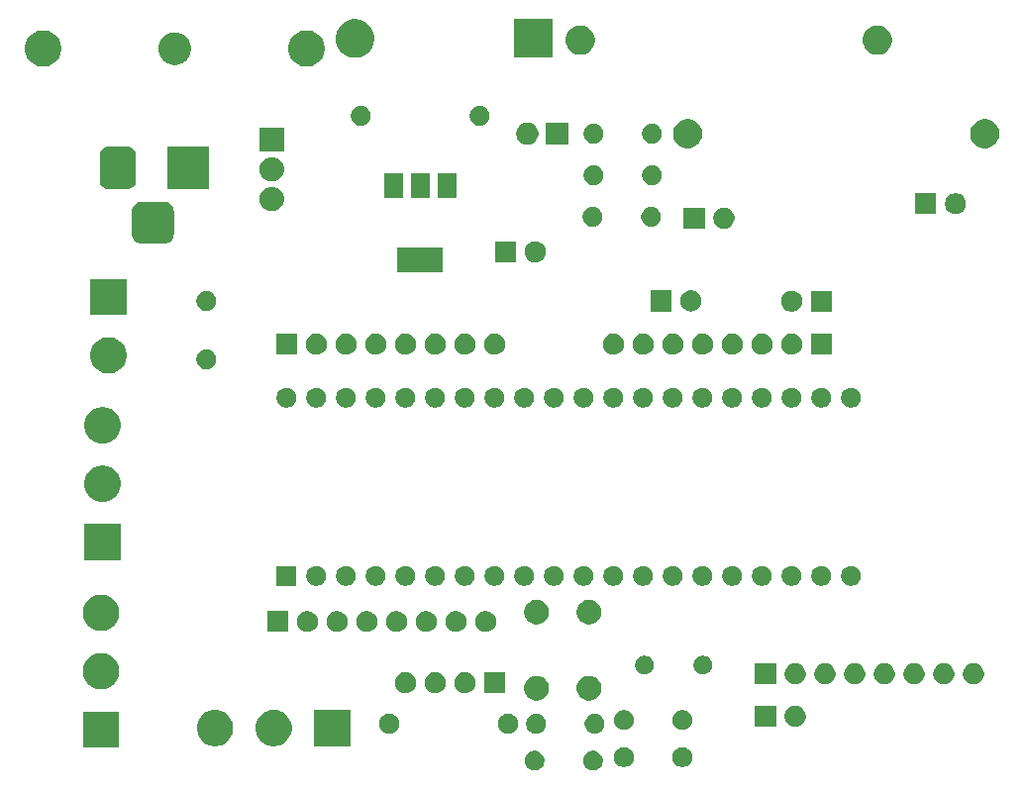
<source format=gbs>
G04 #@! TF.GenerationSoftware,KiCad,Pcbnew,(5.1.5)-3*
G04 #@! TF.CreationDate,2020-06-25T00:50:39+02:00*
G04 #@! TF.ProjectId,Distr_PCB,44697374-725f-4504-9342-2e6b69636164,rev?*
G04 #@! TF.SameCoordinates,Original*
G04 #@! TF.FileFunction,Soldermask,Bot*
G04 #@! TF.FilePolarity,Negative*
%FSLAX46Y46*%
G04 Gerber Fmt 4.6, Leading zero omitted, Abs format (unit mm)*
G04 Created by KiCad (PCBNEW (5.1.5)-3) date 2020-06-25 00:50:39*
%MOMM*%
%LPD*%
G04 APERTURE LIST*
%ADD10C,0.100000*%
G04 APERTURE END LIST*
D10*
G36*
X168893228Y-118986703D02*
G01*
X169048100Y-119050853D01*
X169187481Y-119143985D01*
X169306015Y-119262519D01*
X169399147Y-119401900D01*
X169463297Y-119556772D01*
X169496000Y-119721184D01*
X169496000Y-119888816D01*
X169463297Y-120053228D01*
X169399147Y-120208100D01*
X169306015Y-120347481D01*
X169187481Y-120466015D01*
X169048100Y-120559147D01*
X168893228Y-120623297D01*
X168728816Y-120656000D01*
X168561184Y-120656000D01*
X168396772Y-120623297D01*
X168241900Y-120559147D01*
X168102519Y-120466015D01*
X167983985Y-120347481D01*
X167890853Y-120208100D01*
X167826703Y-120053228D01*
X167794000Y-119888816D01*
X167794000Y-119721184D01*
X167826703Y-119556772D01*
X167890853Y-119401900D01*
X167983985Y-119262519D01*
X168102519Y-119143985D01*
X168241900Y-119050853D01*
X168396772Y-118986703D01*
X168561184Y-118954000D01*
X168728816Y-118954000D01*
X168893228Y-118986703D01*
G37*
G36*
X163893228Y-118986703D02*
G01*
X164048100Y-119050853D01*
X164187481Y-119143985D01*
X164306015Y-119262519D01*
X164399147Y-119401900D01*
X164463297Y-119556772D01*
X164496000Y-119721184D01*
X164496000Y-119888816D01*
X164463297Y-120053228D01*
X164399147Y-120208100D01*
X164306015Y-120347481D01*
X164187481Y-120466015D01*
X164048100Y-120559147D01*
X163893228Y-120623297D01*
X163728816Y-120656000D01*
X163561184Y-120656000D01*
X163396772Y-120623297D01*
X163241900Y-120559147D01*
X163102519Y-120466015D01*
X162983985Y-120347481D01*
X162890853Y-120208100D01*
X162826703Y-120053228D01*
X162794000Y-119888816D01*
X162794000Y-119721184D01*
X162826703Y-119556772D01*
X162890853Y-119401900D01*
X162983985Y-119262519D01*
X163102519Y-119143985D01*
X163241900Y-119050853D01*
X163396772Y-118986703D01*
X163561184Y-118954000D01*
X163728816Y-118954000D01*
X163893228Y-118986703D01*
G37*
G36*
X176543228Y-118686703D02*
G01*
X176698100Y-118750853D01*
X176837481Y-118843985D01*
X176956015Y-118962519D01*
X177049147Y-119101900D01*
X177113297Y-119256772D01*
X177146000Y-119421184D01*
X177146000Y-119588816D01*
X177113297Y-119753228D01*
X177049147Y-119908100D01*
X176956015Y-120047481D01*
X176837481Y-120166015D01*
X176698100Y-120259147D01*
X176543228Y-120323297D01*
X176378816Y-120356000D01*
X176211184Y-120356000D01*
X176046772Y-120323297D01*
X175891900Y-120259147D01*
X175752519Y-120166015D01*
X175633985Y-120047481D01*
X175540853Y-119908100D01*
X175476703Y-119753228D01*
X175444000Y-119588816D01*
X175444000Y-119421184D01*
X175476703Y-119256772D01*
X175540853Y-119101900D01*
X175633985Y-118962519D01*
X175752519Y-118843985D01*
X175891900Y-118750853D01*
X176046772Y-118686703D01*
X176211184Y-118654000D01*
X176378816Y-118654000D01*
X176543228Y-118686703D01*
G37*
G36*
X171543228Y-118686703D02*
G01*
X171698100Y-118750853D01*
X171837481Y-118843985D01*
X171956015Y-118962519D01*
X172049147Y-119101900D01*
X172113297Y-119256772D01*
X172146000Y-119421184D01*
X172146000Y-119588816D01*
X172113297Y-119753228D01*
X172049147Y-119908100D01*
X171956015Y-120047481D01*
X171837481Y-120166015D01*
X171698100Y-120259147D01*
X171543228Y-120323297D01*
X171378816Y-120356000D01*
X171211184Y-120356000D01*
X171046772Y-120323297D01*
X170891900Y-120259147D01*
X170752519Y-120166015D01*
X170633985Y-120047481D01*
X170540853Y-119908100D01*
X170476703Y-119753228D01*
X170444000Y-119588816D01*
X170444000Y-119421184D01*
X170476703Y-119256772D01*
X170540853Y-119101900D01*
X170633985Y-118962519D01*
X170752519Y-118843985D01*
X170891900Y-118750853D01*
X171046772Y-118686703D01*
X171211184Y-118654000D01*
X171378816Y-118654000D01*
X171543228Y-118686703D01*
G37*
G36*
X128146000Y-118706000D02*
G01*
X125044000Y-118706000D01*
X125044000Y-115604000D01*
X128146000Y-115604000D01*
X128146000Y-118706000D01*
G37*
G36*
X136623444Y-115479000D02*
G01*
X136797410Y-115513604D01*
X137079674Y-115630521D01*
X137333705Y-115800259D01*
X137549741Y-116016295D01*
X137719479Y-116270326D01*
X137836396Y-116552590D01*
X137896000Y-116852240D01*
X137896000Y-117157760D01*
X137836396Y-117457410D01*
X137719479Y-117739674D01*
X137549741Y-117993705D01*
X137333705Y-118209741D01*
X137079674Y-118379479D01*
X136797410Y-118496396D01*
X136647585Y-118526198D01*
X136497761Y-118556000D01*
X136192239Y-118556000D01*
X136042415Y-118526198D01*
X135892590Y-118496396D01*
X135610326Y-118379479D01*
X135356295Y-118209741D01*
X135140259Y-117993705D01*
X134970521Y-117739674D01*
X134853604Y-117457410D01*
X134794000Y-117157760D01*
X134794000Y-116852240D01*
X134853604Y-116552590D01*
X134970521Y-116270326D01*
X135140259Y-116016295D01*
X135356295Y-115800259D01*
X135610326Y-115630521D01*
X135892590Y-115513604D01*
X136066556Y-115479000D01*
X136192239Y-115454000D01*
X136497761Y-115454000D01*
X136623444Y-115479000D01*
G37*
G36*
X141623444Y-115479000D02*
G01*
X141797410Y-115513604D01*
X142079674Y-115630521D01*
X142333705Y-115800259D01*
X142549741Y-116016295D01*
X142719479Y-116270326D01*
X142836396Y-116552590D01*
X142896000Y-116852240D01*
X142896000Y-117157760D01*
X142836396Y-117457410D01*
X142719479Y-117739674D01*
X142549741Y-117993705D01*
X142333705Y-118209741D01*
X142079674Y-118379479D01*
X141797410Y-118496396D01*
X141647585Y-118526198D01*
X141497761Y-118556000D01*
X141192239Y-118556000D01*
X141042415Y-118526198D01*
X140892590Y-118496396D01*
X140610326Y-118379479D01*
X140356295Y-118209741D01*
X140140259Y-117993705D01*
X139970521Y-117739674D01*
X139853604Y-117457410D01*
X139794000Y-117157760D01*
X139794000Y-116852240D01*
X139853604Y-116552590D01*
X139970521Y-116270326D01*
X140140259Y-116016295D01*
X140356295Y-115800259D01*
X140610326Y-115630521D01*
X140892590Y-115513604D01*
X141066556Y-115479000D01*
X141192239Y-115454000D01*
X141497761Y-115454000D01*
X141623444Y-115479000D01*
G37*
G36*
X147896000Y-118556000D02*
G01*
X144794000Y-118556000D01*
X144794000Y-115454000D01*
X147896000Y-115454000D01*
X147896000Y-118556000D01*
G37*
G36*
X169043228Y-115836703D02*
G01*
X169198100Y-115900853D01*
X169337481Y-115993985D01*
X169456015Y-116112519D01*
X169549147Y-116251900D01*
X169613297Y-116406772D01*
X169646000Y-116571184D01*
X169646000Y-116738816D01*
X169613297Y-116903228D01*
X169549147Y-117058100D01*
X169456015Y-117197481D01*
X169337481Y-117316015D01*
X169198100Y-117409147D01*
X169043228Y-117473297D01*
X168878816Y-117506000D01*
X168711184Y-117506000D01*
X168546772Y-117473297D01*
X168391900Y-117409147D01*
X168252519Y-117316015D01*
X168133985Y-117197481D01*
X168040853Y-117058100D01*
X167976703Y-116903228D01*
X167944000Y-116738816D01*
X167944000Y-116571184D01*
X167976703Y-116406772D01*
X168040853Y-116251900D01*
X168133985Y-116112519D01*
X168252519Y-115993985D01*
X168391900Y-115900853D01*
X168546772Y-115836703D01*
X168711184Y-115804000D01*
X168878816Y-115804000D01*
X169043228Y-115836703D01*
G37*
G36*
X164043228Y-115836703D02*
G01*
X164198100Y-115900853D01*
X164337481Y-115993985D01*
X164456015Y-116112519D01*
X164549147Y-116251900D01*
X164613297Y-116406772D01*
X164646000Y-116571184D01*
X164646000Y-116738816D01*
X164613297Y-116903228D01*
X164549147Y-117058100D01*
X164456015Y-117197481D01*
X164337481Y-117316015D01*
X164198100Y-117409147D01*
X164043228Y-117473297D01*
X163878816Y-117506000D01*
X163711184Y-117506000D01*
X163546772Y-117473297D01*
X163391900Y-117409147D01*
X163252519Y-117316015D01*
X163133985Y-117197481D01*
X163040853Y-117058100D01*
X162976703Y-116903228D01*
X162944000Y-116738816D01*
X162944000Y-116571184D01*
X162976703Y-116406772D01*
X163040853Y-116251900D01*
X163133985Y-116112519D01*
X163252519Y-115993985D01*
X163391900Y-115900853D01*
X163546772Y-115836703D01*
X163711184Y-115804000D01*
X163878816Y-115804000D01*
X164043228Y-115836703D01*
G37*
G36*
X151483228Y-115811703D02*
G01*
X151638100Y-115875853D01*
X151777481Y-115968985D01*
X151896015Y-116087519D01*
X151989147Y-116226900D01*
X152053297Y-116381772D01*
X152086000Y-116546184D01*
X152086000Y-116713816D01*
X152053297Y-116878228D01*
X151989147Y-117033100D01*
X151896015Y-117172481D01*
X151777481Y-117291015D01*
X151638100Y-117384147D01*
X151483228Y-117448297D01*
X151318816Y-117481000D01*
X151151184Y-117481000D01*
X150986772Y-117448297D01*
X150831900Y-117384147D01*
X150692519Y-117291015D01*
X150573985Y-117172481D01*
X150480853Y-117033100D01*
X150416703Y-116878228D01*
X150384000Y-116713816D01*
X150384000Y-116546184D01*
X150416703Y-116381772D01*
X150480853Y-116226900D01*
X150573985Y-116087519D01*
X150692519Y-115968985D01*
X150831900Y-115875853D01*
X150986772Y-115811703D01*
X151151184Y-115779000D01*
X151318816Y-115779000D01*
X151483228Y-115811703D01*
G37*
G36*
X161643228Y-115811703D02*
G01*
X161798100Y-115875853D01*
X161937481Y-115968985D01*
X162056015Y-116087519D01*
X162149147Y-116226900D01*
X162213297Y-116381772D01*
X162246000Y-116546184D01*
X162246000Y-116713816D01*
X162213297Y-116878228D01*
X162149147Y-117033100D01*
X162056015Y-117172481D01*
X161937481Y-117291015D01*
X161798100Y-117384147D01*
X161643228Y-117448297D01*
X161478816Y-117481000D01*
X161311184Y-117481000D01*
X161146772Y-117448297D01*
X160991900Y-117384147D01*
X160852519Y-117291015D01*
X160733985Y-117172481D01*
X160640853Y-117033100D01*
X160576703Y-116878228D01*
X160544000Y-116713816D01*
X160544000Y-116546184D01*
X160576703Y-116381772D01*
X160640853Y-116226900D01*
X160733985Y-116087519D01*
X160852519Y-115968985D01*
X160991900Y-115875853D01*
X161146772Y-115811703D01*
X161311184Y-115779000D01*
X161478816Y-115779000D01*
X161643228Y-115811703D01*
G37*
G36*
X176543228Y-115511703D02*
G01*
X176698100Y-115575853D01*
X176837481Y-115668985D01*
X176956015Y-115787519D01*
X177049147Y-115926900D01*
X177113297Y-116081772D01*
X177146000Y-116246184D01*
X177146000Y-116413816D01*
X177113297Y-116578228D01*
X177049147Y-116733100D01*
X176956015Y-116872481D01*
X176837481Y-116991015D01*
X176698100Y-117084147D01*
X176543228Y-117148297D01*
X176378816Y-117181000D01*
X176211184Y-117181000D01*
X176046772Y-117148297D01*
X175891900Y-117084147D01*
X175752519Y-116991015D01*
X175633985Y-116872481D01*
X175540853Y-116733100D01*
X175476703Y-116578228D01*
X175444000Y-116413816D01*
X175444000Y-116246184D01*
X175476703Y-116081772D01*
X175540853Y-115926900D01*
X175633985Y-115787519D01*
X175752519Y-115668985D01*
X175891900Y-115575853D01*
X176046772Y-115511703D01*
X176211184Y-115479000D01*
X176378816Y-115479000D01*
X176543228Y-115511703D01*
G37*
G36*
X171543228Y-115511703D02*
G01*
X171698100Y-115575853D01*
X171837481Y-115668985D01*
X171956015Y-115787519D01*
X172049147Y-115926900D01*
X172113297Y-116081772D01*
X172146000Y-116246184D01*
X172146000Y-116413816D01*
X172113297Y-116578228D01*
X172049147Y-116733100D01*
X171956015Y-116872481D01*
X171837481Y-116991015D01*
X171698100Y-117084147D01*
X171543228Y-117148297D01*
X171378816Y-117181000D01*
X171211184Y-117181000D01*
X171046772Y-117148297D01*
X170891900Y-117084147D01*
X170752519Y-116991015D01*
X170633985Y-116872481D01*
X170540853Y-116733100D01*
X170476703Y-116578228D01*
X170444000Y-116413816D01*
X170444000Y-116246184D01*
X170476703Y-116081772D01*
X170540853Y-115926900D01*
X170633985Y-115787519D01*
X170752519Y-115668985D01*
X170891900Y-115575853D01*
X171046772Y-115511703D01*
X171211184Y-115479000D01*
X171378816Y-115479000D01*
X171543228Y-115511703D01*
G37*
G36*
X184296000Y-116906000D02*
G01*
X182494000Y-116906000D01*
X182494000Y-115104000D01*
X184296000Y-115104000D01*
X184296000Y-116906000D01*
G37*
G36*
X186048512Y-115108927D02*
G01*
X186197812Y-115138624D01*
X186361784Y-115206544D01*
X186509354Y-115305147D01*
X186634853Y-115430646D01*
X186733456Y-115578216D01*
X186801376Y-115742188D01*
X186820176Y-115836705D01*
X186832936Y-115900852D01*
X186836000Y-115916259D01*
X186836000Y-116093741D01*
X186801376Y-116267812D01*
X186733456Y-116431784D01*
X186634853Y-116579354D01*
X186509354Y-116704853D01*
X186361784Y-116803456D01*
X186197812Y-116871376D01*
X186048512Y-116901073D01*
X186023742Y-116906000D01*
X185846258Y-116906000D01*
X185821488Y-116901073D01*
X185672188Y-116871376D01*
X185508216Y-116803456D01*
X185360646Y-116704853D01*
X185235147Y-116579354D01*
X185136544Y-116431784D01*
X185068624Y-116267812D01*
X185034000Y-116093741D01*
X185034000Y-115916259D01*
X185037065Y-115900852D01*
X185049824Y-115836705D01*
X185068624Y-115742188D01*
X185136544Y-115578216D01*
X185235147Y-115430646D01*
X185360646Y-115305147D01*
X185508216Y-115206544D01*
X185672188Y-115138624D01*
X185821488Y-115108927D01*
X185846258Y-115104000D01*
X186023742Y-115104000D01*
X186048512Y-115108927D01*
G37*
G36*
X164126564Y-112594389D02*
G01*
X164317833Y-112673615D01*
X164317835Y-112673616D01*
X164489973Y-112788635D01*
X164636365Y-112935027D01*
X164733135Y-113079853D01*
X164751385Y-113107167D01*
X164830611Y-113298436D01*
X164871000Y-113501484D01*
X164871000Y-113708516D01*
X164830611Y-113911564D01*
X164775340Y-114045000D01*
X164751384Y-114102835D01*
X164636365Y-114274973D01*
X164489973Y-114421365D01*
X164317835Y-114536384D01*
X164317834Y-114536385D01*
X164317833Y-114536385D01*
X164126564Y-114615611D01*
X163923516Y-114656000D01*
X163716484Y-114656000D01*
X163513436Y-114615611D01*
X163322167Y-114536385D01*
X163322166Y-114536385D01*
X163322165Y-114536384D01*
X163150027Y-114421365D01*
X163003635Y-114274973D01*
X162888616Y-114102835D01*
X162864660Y-114045000D01*
X162809389Y-113911564D01*
X162769000Y-113708516D01*
X162769000Y-113501484D01*
X162809389Y-113298436D01*
X162888615Y-113107167D01*
X162906866Y-113079853D01*
X163003635Y-112935027D01*
X163150027Y-112788635D01*
X163322165Y-112673616D01*
X163322167Y-112673615D01*
X163513436Y-112594389D01*
X163716484Y-112554000D01*
X163923516Y-112554000D01*
X164126564Y-112594389D01*
G37*
G36*
X168626564Y-112594389D02*
G01*
X168817833Y-112673615D01*
X168817835Y-112673616D01*
X168989973Y-112788635D01*
X169136365Y-112935027D01*
X169233135Y-113079853D01*
X169251385Y-113107167D01*
X169330611Y-113298436D01*
X169371000Y-113501484D01*
X169371000Y-113708516D01*
X169330611Y-113911564D01*
X169275340Y-114045000D01*
X169251384Y-114102835D01*
X169136365Y-114274973D01*
X168989973Y-114421365D01*
X168817835Y-114536384D01*
X168817834Y-114536385D01*
X168817833Y-114536385D01*
X168626564Y-114615611D01*
X168423516Y-114656000D01*
X168216484Y-114656000D01*
X168013436Y-114615611D01*
X167822167Y-114536385D01*
X167822166Y-114536385D01*
X167822165Y-114536384D01*
X167650027Y-114421365D01*
X167503635Y-114274973D01*
X167388616Y-114102835D01*
X167364660Y-114045000D01*
X167309389Y-113911564D01*
X167269000Y-113708516D01*
X167269000Y-113501484D01*
X167309389Y-113298436D01*
X167388615Y-113107167D01*
X167406866Y-113079853D01*
X167503635Y-112935027D01*
X167650027Y-112788635D01*
X167822165Y-112673616D01*
X167822167Y-112673615D01*
X168013436Y-112594389D01*
X168216484Y-112554000D01*
X168423516Y-112554000D01*
X168626564Y-112594389D01*
G37*
G36*
X161132000Y-114045000D02*
G01*
X159330000Y-114045000D01*
X159330000Y-112243000D01*
X161132000Y-112243000D01*
X161132000Y-114045000D01*
G37*
G36*
X152724512Y-112247927D02*
G01*
X152873812Y-112277624D01*
X153037784Y-112345544D01*
X153185354Y-112444147D01*
X153310853Y-112569646D01*
X153409456Y-112717216D01*
X153477376Y-112881188D01*
X153512000Y-113055259D01*
X153512000Y-113232741D01*
X153477376Y-113406812D01*
X153409456Y-113570784D01*
X153310853Y-113718354D01*
X153185354Y-113843853D01*
X153037784Y-113942456D01*
X152873812Y-114010376D01*
X152724512Y-114040073D01*
X152699742Y-114045000D01*
X152522258Y-114045000D01*
X152497488Y-114040073D01*
X152348188Y-114010376D01*
X152184216Y-113942456D01*
X152036646Y-113843853D01*
X151911147Y-113718354D01*
X151812544Y-113570784D01*
X151744624Y-113406812D01*
X151710000Y-113232741D01*
X151710000Y-113055259D01*
X151744624Y-112881188D01*
X151812544Y-112717216D01*
X151911147Y-112569646D01*
X152036646Y-112444147D01*
X152184216Y-112345544D01*
X152348188Y-112277624D01*
X152497488Y-112247927D01*
X152522258Y-112243000D01*
X152699742Y-112243000D01*
X152724512Y-112247927D01*
G37*
G36*
X157804512Y-112247927D02*
G01*
X157953812Y-112277624D01*
X158117784Y-112345544D01*
X158265354Y-112444147D01*
X158390853Y-112569646D01*
X158489456Y-112717216D01*
X158557376Y-112881188D01*
X158592000Y-113055259D01*
X158592000Y-113232741D01*
X158557376Y-113406812D01*
X158489456Y-113570784D01*
X158390853Y-113718354D01*
X158265354Y-113843853D01*
X158117784Y-113942456D01*
X157953812Y-114010376D01*
X157804512Y-114040073D01*
X157779742Y-114045000D01*
X157602258Y-114045000D01*
X157577488Y-114040073D01*
X157428188Y-114010376D01*
X157264216Y-113942456D01*
X157116646Y-113843853D01*
X156991147Y-113718354D01*
X156892544Y-113570784D01*
X156824624Y-113406812D01*
X156790000Y-113232741D01*
X156790000Y-113055259D01*
X156824624Y-112881188D01*
X156892544Y-112717216D01*
X156991147Y-112569646D01*
X157116646Y-112444147D01*
X157264216Y-112345544D01*
X157428188Y-112277624D01*
X157577488Y-112247927D01*
X157602258Y-112243000D01*
X157779742Y-112243000D01*
X157804512Y-112247927D01*
G37*
G36*
X155264512Y-112247927D02*
G01*
X155413812Y-112277624D01*
X155577784Y-112345544D01*
X155725354Y-112444147D01*
X155850853Y-112569646D01*
X155949456Y-112717216D01*
X156017376Y-112881188D01*
X156052000Y-113055259D01*
X156052000Y-113232741D01*
X156017376Y-113406812D01*
X155949456Y-113570784D01*
X155850853Y-113718354D01*
X155725354Y-113843853D01*
X155577784Y-113942456D01*
X155413812Y-114010376D01*
X155264512Y-114040073D01*
X155239742Y-114045000D01*
X155062258Y-114045000D01*
X155037488Y-114040073D01*
X154888188Y-114010376D01*
X154724216Y-113942456D01*
X154576646Y-113843853D01*
X154451147Y-113718354D01*
X154352544Y-113570784D01*
X154284624Y-113406812D01*
X154250000Y-113232741D01*
X154250000Y-113055259D01*
X154284624Y-112881188D01*
X154352544Y-112717216D01*
X154451147Y-112569646D01*
X154576646Y-112444147D01*
X154724216Y-112345544D01*
X154888188Y-112277624D01*
X155037488Y-112247927D01*
X155062258Y-112243000D01*
X155239742Y-112243000D01*
X155264512Y-112247927D01*
G37*
G36*
X126897585Y-110633802D02*
G01*
X127047410Y-110663604D01*
X127329674Y-110780521D01*
X127583705Y-110950259D01*
X127799741Y-111166295D01*
X127969479Y-111420326D01*
X128086396Y-111702590D01*
X128087650Y-111708893D01*
X128146000Y-112002239D01*
X128146000Y-112307761D01*
X128139619Y-112339838D01*
X128086396Y-112607410D01*
X127969479Y-112889674D01*
X127799741Y-113143705D01*
X127583705Y-113359741D01*
X127329674Y-113529479D01*
X127047410Y-113646396D01*
X126897585Y-113676198D01*
X126747761Y-113706000D01*
X126442239Y-113706000D01*
X126292415Y-113676198D01*
X126142590Y-113646396D01*
X125860326Y-113529479D01*
X125606295Y-113359741D01*
X125390259Y-113143705D01*
X125220521Y-112889674D01*
X125103604Y-112607410D01*
X125050381Y-112339838D01*
X125044000Y-112307761D01*
X125044000Y-112002239D01*
X125102350Y-111708893D01*
X125103604Y-111702590D01*
X125220521Y-111420326D01*
X125390259Y-111166295D01*
X125606295Y-110950259D01*
X125860326Y-110780521D01*
X126142590Y-110663604D01*
X126292415Y-110633802D01*
X126442239Y-110604000D01*
X126747761Y-110604000D01*
X126897585Y-110633802D01*
G37*
G36*
X191128512Y-111483927D02*
G01*
X191277812Y-111513624D01*
X191441784Y-111581544D01*
X191589354Y-111680147D01*
X191714853Y-111805646D01*
X191813456Y-111953216D01*
X191881376Y-112117188D01*
X191916000Y-112291259D01*
X191916000Y-112468741D01*
X191881376Y-112642812D01*
X191813456Y-112806784D01*
X191714853Y-112954354D01*
X191589354Y-113079853D01*
X191441784Y-113178456D01*
X191277812Y-113246376D01*
X191128512Y-113276073D01*
X191103742Y-113281000D01*
X190926258Y-113281000D01*
X190901488Y-113276073D01*
X190752188Y-113246376D01*
X190588216Y-113178456D01*
X190440646Y-113079853D01*
X190315147Y-112954354D01*
X190216544Y-112806784D01*
X190148624Y-112642812D01*
X190114000Y-112468741D01*
X190114000Y-112291259D01*
X190148624Y-112117188D01*
X190216544Y-111953216D01*
X190315147Y-111805646D01*
X190440646Y-111680147D01*
X190588216Y-111581544D01*
X190752188Y-111513624D01*
X190901488Y-111483927D01*
X190926258Y-111479000D01*
X191103742Y-111479000D01*
X191128512Y-111483927D01*
G37*
G36*
X196208512Y-111483927D02*
G01*
X196357812Y-111513624D01*
X196521784Y-111581544D01*
X196669354Y-111680147D01*
X196794853Y-111805646D01*
X196893456Y-111953216D01*
X196961376Y-112117188D01*
X196996000Y-112291259D01*
X196996000Y-112468741D01*
X196961376Y-112642812D01*
X196893456Y-112806784D01*
X196794853Y-112954354D01*
X196669354Y-113079853D01*
X196521784Y-113178456D01*
X196357812Y-113246376D01*
X196208512Y-113276073D01*
X196183742Y-113281000D01*
X196006258Y-113281000D01*
X195981488Y-113276073D01*
X195832188Y-113246376D01*
X195668216Y-113178456D01*
X195520646Y-113079853D01*
X195395147Y-112954354D01*
X195296544Y-112806784D01*
X195228624Y-112642812D01*
X195194000Y-112468741D01*
X195194000Y-112291259D01*
X195228624Y-112117188D01*
X195296544Y-111953216D01*
X195395147Y-111805646D01*
X195520646Y-111680147D01*
X195668216Y-111581544D01*
X195832188Y-111513624D01*
X195981488Y-111483927D01*
X196006258Y-111479000D01*
X196183742Y-111479000D01*
X196208512Y-111483927D01*
G37*
G36*
X193668512Y-111483927D02*
G01*
X193817812Y-111513624D01*
X193981784Y-111581544D01*
X194129354Y-111680147D01*
X194254853Y-111805646D01*
X194353456Y-111953216D01*
X194421376Y-112117188D01*
X194456000Y-112291259D01*
X194456000Y-112468741D01*
X194421376Y-112642812D01*
X194353456Y-112806784D01*
X194254853Y-112954354D01*
X194129354Y-113079853D01*
X193981784Y-113178456D01*
X193817812Y-113246376D01*
X193668512Y-113276073D01*
X193643742Y-113281000D01*
X193466258Y-113281000D01*
X193441488Y-113276073D01*
X193292188Y-113246376D01*
X193128216Y-113178456D01*
X192980646Y-113079853D01*
X192855147Y-112954354D01*
X192756544Y-112806784D01*
X192688624Y-112642812D01*
X192654000Y-112468741D01*
X192654000Y-112291259D01*
X192688624Y-112117188D01*
X192756544Y-111953216D01*
X192855147Y-111805646D01*
X192980646Y-111680147D01*
X193128216Y-111581544D01*
X193292188Y-111513624D01*
X193441488Y-111483927D01*
X193466258Y-111479000D01*
X193643742Y-111479000D01*
X193668512Y-111483927D01*
G37*
G36*
X188588512Y-111483927D02*
G01*
X188737812Y-111513624D01*
X188901784Y-111581544D01*
X189049354Y-111680147D01*
X189174853Y-111805646D01*
X189273456Y-111953216D01*
X189341376Y-112117188D01*
X189376000Y-112291259D01*
X189376000Y-112468741D01*
X189341376Y-112642812D01*
X189273456Y-112806784D01*
X189174853Y-112954354D01*
X189049354Y-113079853D01*
X188901784Y-113178456D01*
X188737812Y-113246376D01*
X188588512Y-113276073D01*
X188563742Y-113281000D01*
X188386258Y-113281000D01*
X188361488Y-113276073D01*
X188212188Y-113246376D01*
X188048216Y-113178456D01*
X187900646Y-113079853D01*
X187775147Y-112954354D01*
X187676544Y-112806784D01*
X187608624Y-112642812D01*
X187574000Y-112468741D01*
X187574000Y-112291259D01*
X187608624Y-112117188D01*
X187676544Y-111953216D01*
X187775147Y-111805646D01*
X187900646Y-111680147D01*
X188048216Y-111581544D01*
X188212188Y-111513624D01*
X188361488Y-111483927D01*
X188386258Y-111479000D01*
X188563742Y-111479000D01*
X188588512Y-111483927D01*
G37*
G36*
X184296000Y-113281000D02*
G01*
X182494000Y-113281000D01*
X182494000Y-111479000D01*
X184296000Y-111479000D01*
X184296000Y-113281000D01*
G37*
G36*
X186048512Y-111483927D02*
G01*
X186197812Y-111513624D01*
X186361784Y-111581544D01*
X186509354Y-111680147D01*
X186634853Y-111805646D01*
X186733456Y-111953216D01*
X186801376Y-112117188D01*
X186836000Y-112291259D01*
X186836000Y-112468741D01*
X186801376Y-112642812D01*
X186733456Y-112806784D01*
X186634853Y-112954354D01*
X186509354Y-113079853D01*
X186361784Y-113178456D01*
X186197812Y-113246376D01*
X186048512Y-113276073D01*
X186023742Y-113281000D01*
X185846258Y-113281000D01*
X185821488Y-113276073D01*
X185672188Y-113246376D01*
X185508216Y-113178456D01*
X185360646Y-113079853D01*
X185235147Y-112954354D01*
X185136544Y-112806784D01*
X185068624Y-112642812D01*
X185034000Y-112468741D01*
X185034000Y-112291259D01*
X185068624Y-112117188D01*
X185136544Y-111953216D01*
X185235147Y-111805646D01*
X185360646Y-111680147D01*
X185508216Y-111581544D01*
X185672188Y-111513624D01*
X185821488Y-111483927D01*
X185846258Y-111479000D01*
X186023742Y-111479000D01*
X186048512Y-111483927D01*
G37*
G36*
X198748512Y-111483927D02*
G01*
X198897812Y-111513624D01*
X199061784Y-111581544D01*
X199209354Y-111680147D01*
X199334853Y-111805646D01*
X199433456Y-111953216D01*
X199501376Y-112117188D01*
X199536000Y-112291259D01*
X199536000Y-112468741D01*
X199501376Y-112642812D01*
X199433456Y-112806784D01*
X199334853Y-112954354D01*
X199209354Y-113079853D01*
X199061784Y-113178456D01*
X198897812Y-113246376D01*
X198748512Y-113276073D01*
X198723742Y-113281000D01*
X198546258Y-113281000D01*
X198521488Y-113276073D01*
X198372188Y-113246376D01*
X198208216Y-113178456D01*
X198060646Y-113079853D01*
X197935147Y-112954354D01*
X197836544Y-112806784D01*
X197768624Y-112642812D01*
X197734000Y-112468741D01*
X197734000Y-112291259D01*
X197768624Y-112117188D01*
X197836544Y-111953216D01*
X197935147Y-111805646D01*
X198060646Y-111680147D01*
X198208216Y-111581544D01*
X198372188Y-111513624D01*
X198521488Y-111483927D01*
X198546258Y-111479000D01*
X198723742Y-111479000D01*
X198748512Y-111483927D01*
G37*
G36*
X201288512Y-111483927D02*
G01*
X201437812Y-111513624D01*
X201601784Y-111581544D01*
X201749354Y-111680147D01*
X201874853Y-111805646D01*
X201973456Y-111953216D01*
X202041376Y-112117188D01*
X202076000Y-112291259D01*
X202076000Y-112468741D01*
X202041376Y-112642812D01*
X201973456Y-112806784D01*
X201874853Y-112954354D01*
X201749354Y-113079853D01*
X201601784Y-113178456D01*
X201437812Y-113246376D01*
X201288512Y-113276073D01*
X201263742Y-113281000D01*
X201086258Y-113281000D01*
X201061488Y-113276073D01*
X200912188Y-113246376D01*
X200748216Y-113178456D01*
X200600646Y-113079853D01*
X200475147Y-112954354D01*
X200376544Y-112806784D01*
X200308624Y-112642812D01*
X200274000Y-112468741D01*
X200274000Y-112291259D01*
X200308624Y-112117188D01*
X200376544Y-111953216D01*
X200475147Y-111805646D01*
X200600646Y-111680147D01*
X200748216Y-111581544D01*
X200912188Y-111513624D01*
X201061488Y-111483927D01*
X201086258Y-111479000D01*
X201263742Y-111479000D01*
X201288512Y-111483927D01*
G37*
G36*
X173278642Y-110859781D02*
G01*
X173424414Y-110920162D01*
X173424416Y-110920163D01*
X173555608Y-111007822D01*
X173667178Y-111119392D01*
X173754837Y-111250584D01*
X173754838Y-111250586D01*
X173815219Y-111396358D01*
X173846000Y-111551107D01*
X173846000Y-111708893D01*
X173815219Y-111863642D01*
X173754838Y-112009414D01*
X173754837Y-112009416D01*
X173667178Y-112140608D01*
X173555608Y-112252178D01*
X173424416Y-112339837D01*
X173424415Y-112339838D01*
X173424414Y-112339838D01*
X173278642Y-112400219D01*
X173123893Y-112431000D01*
X172966107Y-112431000D01*
X172811358Y-112400219D01*
X172665586Y-112339838D01*
X172665585Y-112339838D01*
X172665584Y-112339837D01*
X172534392Y-112252178D01*
X172422822Y-112140608D01*
X172335163Y-112009416D01*
X172335162Y-112009414D01*
X172274781Y-111863642D01*
X172244000Y-111708893D01*
X172244000Y-111551107D01*
X172274781Y-111396358D01*
X172335162Y-111250586D01*
X172335163Y-111250584D01*
X172422822Y-111119392D01*
X172534392Y-111007822D01*
X172665584Y-110920163D01*
X172665586Y-110920162D01*
X172811358Y-110859781D01*
X172966107Y-110829000D01*
X173123893Y-110829000D01*
X173278642Y-110859781D01*
G37*
G36*
X178278642Y-110859781D02*
G01*
X178424414Y-110920162D01*
X178424416Y-110920163D01*
X178555608Y-111007822D01*
X178667178Y-111119392D01*
X178754837Y-111250584D01*
X178754838Y-111250586D01*
X178815219Y-111396358D01*
X178846000Y-111551107D01*
X178846000Y-111708893D01*
X178815219Y-111863642D01*
X178754838Y-112009414D01*
X178754837Y-112009416D01*
X178667178Y-112140608D01*
X178555608Y-112252178D01*
X178424416Y-112339837D01*
X178424415Y-112339838D01*
X178424414Y-112339838D01*
X178278642Y-112400219D01*
X178123893Y-112431000D01*
X177966107Y-112431000D01*
X177811358Y-112400219D01*
X177665586Y-112339838D01*
X177665585Y-112339838D01*
X177665584Y-112339837D01*
X177534392Y-112252178D01*
X177422822Y-112140608D01*
X177335163Y-112009416D01*
X177335162Y-112009414D01*
X177274781Y-111863642D01*
X177244000Y-111708893D01*
X177244000Y-111551107D01*
X177274781Y-111396358D01*
X177335162Y-111250586D01*
X177335163Y-111250584D01*
X177422822Y-111119392D01*
X177534392Y-111007822D01*
X177665584Y-110920163D01*
X177665586Y-110920162D01*
X177811358Y-110859781D01*
X177966107Y-110829000D01*
X178123893Y-110829000D01*
X178278642Y-110859781D01*
G37*
G36*
X149428512Y-107008927D02*
G01*
X149577812Y-107038624D01*
X149741784Y-107106544D01*
X149889354Y-107205147D01*
X150014853Y-107330646D01*
X150113456Y-107478216D01*
X150181376Y-107642188D01*
X150216000Y-107816259D01*
X150216000Y-107993741D01*
X150181376Y-108167812D01*
X150113456Y-108331784D01*
X150014853Y-108479354D01*
X149889354Y-108604853D01*
X149741784Y-108703456D01*
X149577812Y-108771376D01*
X149428512Y-108801073D01*
X149403742Y-108806000D01*
X149226258Y-108806000D01*
X149201488Y-108801073D01*
X149052188Y-108771376D01*
X148888216Y-108703456D01*
X148740646Y-108604853D01*
X148615147Y-108479354D01*
X148516544Y-108331784D01*
X148448624Y-108167812D01*
X148414000Y-107993741D01*
X148414000Y-107816259D01*
X148448624Y-107642188D01*
X148516544Y-107478216D01*
X148615147Y-107330646D01*
X148740646Y-107205147D01*
X148888216Y-107106544D01*
X149052188Y-107038624D01*
X149201488Y-107008927D01*
X149226258Y-107004000D01*
X149403742Y-107004000D01*
X149428512Y-107008927D01*
G37*
G36*
X144348512Y-107008927D02*
G01*
X144497812Y-107038624D01*
X144661784Y-107106544D01*
X144809354Y-107205147D01*
X144934853Y-107330646D01*
X145033456Y-107478216D01*
X145101376Y-107642188D01*
X145136000Y-107816259D01*
X145136000Y-107993741D01*
X145101376Y-108167812D01*
X145033456Y-108331784D01*
X144934853Y-108479354D01*
X144809354Y-108604853D01*
X144661784Y-108703456D01*
X144497812Y-108771376D01*
X144348512Y-108801073D01*
X144323742Y-108806000D01*
X144146258Y-108806000D01*
X144121488Y-108801073D01*
X143972188Y-108771376D01*
X143808216Y-108703456D01*
X143660646Y-108604853D01*
X143535147Y-108479354D01*
X143436544Y-108331784D01*
X143368624Y-108167812D01*
X143334000Y-107993741D01*
X143334000Y-107816259D01*
X143368624Y-107642188D01*
X143436544Y-107478216D01*
X143535147Y-107330646D01*
X143660646Y-107205147D01*
X143808216Y-107106544D01*
X143972188Y-107038624D01*
X144121488Y-107008927D01*
X144146258Y-107004000D01*
X144323742Y-107004000D01*
X144348512Y-107008927D01*
G37*
G36*
X146888512Y-107008927D02*
G01*
X147037812Y-107038624D01*
X147201784Y-107106544D01*
X147349354Y-107205147D01*
X147474853Y-107330646D01*
X147573456Y-107478216D01*
X147641376Y-107642188D01*
X147676000Y-107816259D01*
X147676000Y-107993741D01*
X147641376Y-108167812D01*
X147573456Y-108331784D01*
X147474853Y-108479354D01*
X147349354Y-108604853D01*
X147201784Y-108703456D01*
X147037812Y-108771376D01*
X146888512Y-108801073D01*
X146863742Y-108806000D01*
X146686258Y-108806000D01*
X146661488Y-108801073D01*
X146512188Y-108771376D01*
X146348216Y-108703456D01*
X146200646Y-108604853D01*
X146075147Y-108479354D01*
X145976544Y-108331784D01*
X145908624Y-108167812D01*
X145874000Y-107993741D01*
X145874000Y-107816259D01*
X145908624Y-107642188D01*
X145976544Y-107478216D01*
X146075147Y-107330646D01*
X146200646Y-107205147D01*
X146348216Y-107106544D01*
X146512188Y-107038624D01*
X146661488Y-107008927D01*
X146686258Y-107004000D01*
X146863742Y-107004000D01*
X146888512Y-107008927D01*
G37*
G36*
X157048512Y-107008927D02*
G01*
X157197812Y-107038624D01*
X157361784Y-107106544D01*
X157509354Y-107205147D01*
X157634853Y-107330646D01*
X157733456Y-107478216D01*
X157801376Y-107642188D01*
X157836000Y-107816259D01*
X157836000Y-107993741D01*
X157801376Y-108167812D01*
X157733456Y-108331784D01*
X157634853Y-108479354D01*
X157509354Y-108604853D01*
X157361784Y-108703456D01*
X157197812Y-108771376D01*
X157048512Y-108801073D01*
X157023742Y-108806000D01*
X156846258Y-108806000D01*
X156821488Y-108801073D01*
X156672188Y-108771376D01*
X156508216Y-108703456D01*
X156360646Y-108604853D01*
X156235147Y-108479354D01*
X156136544Y-108331784D01*
X156068624Y-108167812D01*
X156034000Y-107993741D01*
X156034000Y-107816259D01*
X156068624Y-107642188D01*
X156136544Y-107478216D01*
X156235147Y-107330646D01*
X156360646Y-107205147D01*
X156508216Y-107106544D01*
X156672188Y-107038624D01*
X156821488Y-107008927D01*
X156846258Y-107004000D01*
X157023742Y-107004000D01*
X157048512Y-107008927D01*
G37*
G36*
X159588512Y-107008927D02*
G01*
X159737812Y-107038624D01*
X159901784Y-107106544D01*
X160049354Y-107205147D01*
X160174853Y-107330646D01*
X160273456Y-107478216D01*
X160341376Y-107642188D01*
X160376000Y-107816259D01*
X160376000Y-107993741D01*
X160341376Y-108167812D01*
X160273456Y-108331784D01*
X160174853Y-108479354D01*
X160049354Y-108604853D01*
X159901784Y-108703456D01*
X159737812Y-108771376D01*
X159588512Y-108801073D01*
X159563742Y-108806000D01*
X159386258Y-108806000D01*
X159361488Y-108801073D01*
X159212188Y-108771376D01*
X159048216Y-108703456D01*
X158900646Y-108604853D01*
X158775147Y-108479354D01*
X158676544Y-108331784D01*
X158608624Y-108167812D01*
X158574000Y-107993741D01*
X158574000Y-107816259D01*
X158608624Y-107642188D01*
X158676544Y-107478216D01*
X158775147Y-107330646D01*
X158900646Y-107205147D01*
X159048216Y-107106544D01*
X159212188Y-107038624D01*
X159361488Y-107008927D01*
X159386258Y-107004000D01*
X159563742Y-107004000D01*
X159588512Y-107008927D01*
G37*
G36*
X151968512Y-107008927D02*
G01*
X152117812Y-107038624D01*
X152281784Y-107106544D01*
X152429354Y-107205147D01*
X152554853Y-107330646D01*
X152653456Y-107478216D01*
X152721376Y-107642188D01*
X152756000Y-107816259D01*
X152756000Y-107993741D01*
X152721376Y-108167812D01*
X152653456Y-108331784D01*
X152554853Y-108479354D01*
X152429354Y-108604853D01*
X152281784Y-108703456D01*
X152117812Y-108771376D01*
X151968512Y-108801073D01*
X151943742Y-108806000D01*
X151766258Y-108806000D01*
X151741488Y-108801073D01*
X151592188Y-108771376D01*
X151428216Y-108703456D01*
X151280646Y-108604853D01*
X151155147Y-108479354D01*
X151056544Y-108331784D01*
X150988624Y-108167812D01*
X150954000Y-107993741D01*
X150954000Y-107816259D01*
X150988624Y-107642188D01*
X151056544Y-107478216D01*
X151155147Y-107330646D01*
X151280646Y-107205147D01*
X151428216Y-107106544D01*
X151592188Y-107038624D01*
X151741488Y-107008927D01*
X151766258Y-107004000D01*
X151943742Y-107004000D01*
X151968512Y-107008927D01*
G37*
G36*
X154508512Y-107008927D02*
G01*
X154657812Y-107038624D01*
X154821784Y-107106544D01*
X154969354Y-107205147D01*
X155094853Y-107330646D01*
X155193456Y-107478216D01*
X155261376Y-107642188D01*
X155296000Y-107816259D01*
X155296000Y-107993741D01*
X155261376Y-108167812D01*
X155193456Y-108331784D01*
X155094853Y-108479354D01*
X154969354Y-108604853D01*
X154821784Y-108703456D01*
X154657812Y-108771376D01*
X154508512Y-108801073D01*
X154483742Y-108806000D01*
X154306258Y-108806000D01*
X154281488Y-108801073D01*
X154132188Y-108771376D01*
X153968216Y-108703456D01*
X153820646Y-108604853D01*
X153695147Y-108479354D01*
X153596544Y-108331784D01*
X153528624Y-108167812D01*
X153494000Y-107993741D01*
X153494000Y-107816259D01*
X153528624Y-107642188D01*
X153596544Y-107478216D01*
X153695147Y-107330646D01*
X153820646Y-107205147D01*
X153968216Y-107106544D01*
X154132188Y-107038624D01*
X154281488Y-107008927D01*
X154306258Y-107004000D01*
X154483742Y-107004000D01*
X154508512Y-107008927D01*
G37*
G36*
X142596000Y-108806000D02*
G01*
X140794000Y-108806000D01*
X140794000Y-107004000D01*
X142596000Y-107004000D01*
X142596000Y-108806000D01*
G37*
G36*
X126897585Y-105633802D02*
G01*
X127047410Y-105663604D01*
X127329674Y-105780521D01*
X127583705Y-105950259D01*
X127799741Y-106166295D01*
X127969479Y-106420326D01*
X128086396Y-106702590D01*
X128086396Y-106702591D01*
X128146000Y-107002239D01*
X128146000Y-107307761D01*
X128125352Y-107411564D01*
X128086396Y-107607410D01*
X127969479Y-107889674D01*
X127799741Y-108143705D01*
X127583705Y-108359741D01*
X127329674Y-108529479D01*
X127047410Y-108646396D01*
X126897585Y-108676198D01*
X126747761Y-108706000D01*
X126442239Y-108706000D01*
X126292415Y-108676198D01*
X126142590Y-108646396D01*
X125860326Y-108529479D01*
X125606295Y-108359741D01*
X125390259Y-108143705D01*
X125220521Y-107889674D01*
X125103604Y-107607410D01*
X125064648Y-107411564D01*
X125044000Y-107307761D01*
X125044000Y-107002239D01*
X125103604Y-106702591D01*
X125103604Y-106702590D01*
X125220521Y-106420326D01*
X125390259Y-106166295D01*
X125606295Y-105950259D01*
X125860326Y-105780521D01*
X126142590Y-105663604D01*
X126292415Y-105633802D01*
X126442239Y-105604000D01*
X126747761Y-105604000D01*
X126897585Y-105633802D01*
G37*
G36*
X164126564Y-106094389D02*
G01*
X164300163Y-106166296D01*
X164317835Y-106173616D01*
X164489973Y-106288635D01*
X164636365Y-106435027D01*
X164751385Y-106607167D01*
X164830611Y-106798436D01*
X164871000Y-107001484D01*
X164871000Y-107208516D01*
X164830611Y-107411564D01*
X164803002Y-107478218D01*
X164751384Y-107602835D01*
X164636365Y-107774973D01*
X164489973Y-107921365D01*
X164317835Y-108036384D01*
X164317834Y-108036385D01*
X164317833Y-108036385D01*
X164126564Y-108115611D01*
X163923516Y-108156000D01*
X163716484Y-108156000D01*
X163513436Y-108115611D01*
X163322167Y-108036385D01*
X163322166Y-108036385D01*
X163322165Y-108036384D01*
X163150027Y-107921365D01*
X163003635Y-107774973D01*
X162888616Y-107602835D01*
X162836998Y-107478218D01*
X162809389Y-107411564D01*
X162769000Y-107208516D01*
X162769000Y-107001484D01*
X162809389Y-106798436D01*
X162888615Y-106607167D01*
X163003635Y-106435027D01*
X163150027Y-106288635D01*
X163322165Y-106173616D01*
X163339837Y-106166296D01*
X163513436Y-106094389D01*
X163716484Y-106054000D01*
X163923516Y-106054000D01*
X164126564Y-106094389D01*
G37*
G36*
X168626564Y-106094389D02*
G01*
X168800163Y-106166296D01*
X168817835Y-106173616D01*
X168989973Y-106288635D01*
X169136365Y-106435027D01*
X169251385Y-106607167D01*
X169330611Y-106798436D01*
X169371000Y-107001484D01*
X169371000Y-107208516D01*
X169330611Y-107411564D01*
X169303002Y-107478218D01*
X169251384Y-107602835D01*
X169136365Y-107774973D01*
X168989973Y-107921365D01*
X168817835Y-108036384D01*
X168817834Y-108036385D01*
X168817833Y-108036385D01*
X168626564Y-108115611D01*
X168423516Y-108156000D01*
X168216484Y-108156000D01*
X168013436Y-108115611D01*
X167822167Y-108036385D01*
X167822166Y-108036385D01*
X167822165Y-108036384D01*
X167650027Y-107921365D01*
X167503635Y-107774973D01*
X167388616Y-107602835D01*
X167336998Y-107478218D01*
X167309389Y-107411564D01*
X167269000Y-107208516D01*
X167269000Y-107001484D01*
X167309389Y-106798436D01*
X167388615Y-106607167D01*
X167503635Y-106435027D01*
X167650027Y-106288635D01*
X167822165Y-106173616D01*
X167839837Y-106166296D01*
X168013436Y-106094389D01*
X168216484Y-106054000D01*
X168423516Y-106054000D01*
X168626564Y-106094389D01*
G37*
G36*
X173179228Y-103181703D02*
G01*
X173334100Y-103245853D01*
X173473481Y-103338985D01*
X173592015Y-103457519D01*
X173685147Y-103596900D01*
X173749297Y-103751772D01*
X173782000Y-103916184D01*
X173782000Y-104083816D01*
X173749297Y-104248228D01*
X173685147Y-104403100D01*
X173592015Y-104542481D01*
X173473481Y-104661015D01*
X173334100Y-104754147D01*
X173179228Y-104818297D01*
X173014816Y-104851000D01*
X172847184Y-104851000D01*
X172682772Y-104818297D01*
X172527900Y-104754147D01*
X172388519Y-104661015D01*
X172269985Y-104542481D01*
X172176853Y-104403100D01*
X172112703Y-104248228D01*
X172080000Y-104083816D01*
X172080000Y-103916184D01*
X172112703Y-103751772D01*
X172176853Y-103596900D01*
X172269985Y-103457519D01*
X172388519Y-103338985D01*
X172527900Y-103245853D01*
X172682772Y-103181703D01*
X172847184Y-103149000D01*
X173014816Y-103149000D01*
X173179228Y-103181703D01*
G37*
G36*
X168099228Y-103181703D02*
G01*
X168254100Y-103245853D01*
X168393481Y-103338985D01*
X168512015Y-103457519D01*
X168605147Y-103596900D01*
X168669297Y-103751772D01*
X168702000Y-103916184D01*
X168702000Y-104083816D01*
X168669297Y-104248228D01*
X168605147Y-104403100D01*
X168512015Y-104542481D01*
X168393481Y-104661015D01*
X168254100Y-104754147D01*
X168099228Y-104818297D01*
X167934816Y-104851000D01*
X167767184Y-104851000D01*
X167602772Y-104818297D01*
X167447900Y-104754147D01*
X167308519Y-104661015D01*
X167189985Y-104542481D01*
X167096853Y-104403100D01*
X167032703Y-104248228D01*
X167000000Y-104083816D01*
X167000000Y-103916184D01*
X167032703Y-103751772D01*
X167096853Y-103596900D01*
X167189985Y-103457519D01*
X167308519Y-103338985D01*
X167447900Y-103245853D01*
X167602772Y-103181703D01*
X167767184Y-103149000D01*
X167934816Y-103149000D01*
X168099228Y-103181703D01*
G37*
G36*
X175719228Y-103181703D02*
G01*
X175874100Y-103245853D01*
X176013481Y-103338985D01*
X176132015Y-103457519D01*
X176225147Y-103596900D01*
X176289297Y-103751772D01*
X176322000Y-103916184D01*
X176322000Y-104083816D01*
X176289297Y-104248228D01*
X176225147Y-104403100D01*
X176132015Y-104542481D01*
X176013481Y-104661015D01*
X175874100Y-104754147D01*
X175719228Y-104818297D01*
X175554816Y-104851000D01*
X175387184Y-104851000D01*
X175222772Y-104818297D01*
X175067900Y-104754147D01*
X174928519Y-104661015D01*
X174809985Y-104542481D01*
X174716853Y-104403100D01*
X174652703Y-104248228D01*
X174620000Y-104083816D01*
X174620000Y-103916184D01*
X174652703Y-103751772D01*
X174716853Y-103596900D01*
X174809985Y-103457519D01*
X174928519Y-103338985D01*
X175067900Y-103245853D01*
X175222772Y-103181703D01*
X175387184Y-103149000D01*
X175554816Y-103149000D01*
X175719228Y-103181703D01*
G37*
G36*
X178259228Y-103181703D02*
G01*
X178414100Y-103245853D01*
X178553481Y-103338985D01*
X178672015Y-103457519D01*
X178765147Y-103596900D01*
X178829297Y-103751772D01*
X178862000Y-103916184D01*
X178862000Y-104083816D01*
X178829297Y-104248228D01*
X178765147Y-104403100D01*
X178672015Y-104542481D01*
X178553481Y-104661015D01*
X178414100Y-104754147D01*
X178259228Y-104818297D01*
X178094816Y-104851000D01*
X177927184Y-104851000D01*
X177762772Y-104818297D01*
X177607900Y-104754147D01*
X177468519Y-104661015D01*
X177349985Y-104542481D01*
X177256853Y-104403100D01*
X177192703Y-104248228D01*
X177160000Y-104083816D01*
X177160000Y-103916184D01*
X177192703Y-103751772D01*
X177256853Y-103596900D01*
X177349985Y-103457519D01*
X177468519Y-103338985D01*
X177607900Y-103245853D01*
X177762772Y-103181703D01*
X177927184Y-103149000D01*
X178094816Y-103149000D01*
X178259228Y-103181703D01*
G37*
G36*
X180799228Y-103181703D02*
G01*
X180954100Y-103245853D01*
X181093481Y-103338985D01*
X181212015Y-103457519D01*
X181305147Y-103596900D01*
X181369297Y-103751772D01*
X181402000Y-103916184D01*
X181402000Y-104083816D01*
X181369297Y-104248228D01*
X181305147Y-104403100D01*
X181212015Y-104542481D01*
X181093481Y-104661015D01*
X180954100Y-104754147D01*
X180799228Y-104818297D01*
X180634816Y-104851000D01*
X180467184Y-104851000D01*
X180302772Y-104818297D01*
X180147900Y-104754147D01*
X180008519Y-104661015D01*
X179889985Y-104542481D01*
X179796853Y-104403100D01*
X179732703Y-104248228D01*
X179700000Y-104083816D01*
X179700000Y-103916184D01*
X179732703Y-103751772D01*
X179796853Y-103596900D01*
X179889985Y-103457519D01*
X180008519Y-103338985D01*
X180147900Y-103245853D01*
X180302772Y-103181703D01*
X180467184Y-103149000D01*
X180634816Y-103149000D01*
X180799228Y-103181703D01*
G37*
G36*
X183339228Y-103181703D02*
G01*
X183494100Y-103245853D01*
X183633481Y-103338985D01*
X183752015Y-103457519D01*
X183845147Y-103596900D01*
X183909297Y-103751772D01*
X183942000Y-103916184D01*
X183942000Y-104083816D01*
X183909297Y-104248228D01*
X183845147Y-104403100D01*
X183752015Y-104542481D01*
X183633481Y-104661015D01*
X183494100Y-104754147D01*
X183339228Y-104818297D01*
X183174816Y-104851000D01*
X183007184Y-104851000D01*
X182842772Y-104818297D01*
X182687900Y-104754147D01*
X182548519Y-104661015D01*
X182429985Y-104542481D01*
X182336853Y-104403100D01*
X182272703Y-104248228D01*
X182240000Y-104083816D01*
X182240000Y-103916184D01*
X182272703Y-103751772D01*
X182336853Y-103596900D01*
X182429985Y-103457519D01*
X182548519Y-103338985D01*
X182687900Y-103245853D01*
X182842772Y-103181703D01*
X183007184Y-103149000D01*
X183174816Y-103149000D01*
X183339228Y-103181703D01*
G37*
G36*
X185879228Y-103181703D02*
G01*
X186034100Y-103245853D01*
X186173481Y-103338985D01*
X186292015Y-103457519D01*
X186385147Y-103596900D01*
X186449297Y-103751772D01*
X186482000Y-103916184D01*
X186482000Y-104083816D01*
X186449297Y-104248228D01*
X186385147Y-104403100D01*
X186292015Y-104542481D01*
X186173481Y-104661015D01*
X186034100Y-104754147D01*
X185879228Y-104818297D01*
X185714816Y-104851000D01*
X185547184Y-104851000D01*
X185382772Y-104818297D01*
X185227900Y-104754147D01*
X185088519Y-104661015D01*
X184969985Y-104542481D01*
X184876853Y-104403100D01*
X184812703Y-104248228D01*
X184780000Y-104083816D01*
X184780000Y-103916184D01*
X184812703Y-103751772D01*
X184876853Y-103596900D01*
X184969985Y-103457519D01*
X185088519Y-103338985D01*
X185227900Y-103245853D01*
X185382772Y-103181703D01*
X185547184Y-103149000D01*
X185714816Y-103149000D01*
X185879228Y-103181703D01*
G37*
G36*
X188419228Y-103181703D02*
G01*
X188574100Y-103245853D01*
X188713481Y-103338985D01*
X188832015Y-103457519D01*
X188925147Y-103596900D01*
X188989297Y-103751772D01*
X189022000Y-103916184D01*
X189022000Y-104083816D01*
X188989297Y-104248228D01*
X188925147Y-104403100D01*
X188832015Y-104542481D01*
X188713481Y-104661015D01*
X188574100Y-104754147D01*
X188419228Y-104818297D01*
X188254816Y-104851000D01*
X188087184Y-104851000D01*
X187922772Y-104818297D01*
X187767900Y-104754147D01*
X187628519Y-104661015D01*
X187509985Y-104542481D01*
X187416853Y-104403100D01*
X187352703Y-104248228D01*
X187320000Y-104083816D01*
X187320000Y-103916184D01*
X187352703Y-103751772D01*
X187416853Y-103596900D01*
X187509985Y-103457519D01*
X187628519Y-103338985D01*
X187767900Y-103245853D01*
X187922772Y-103181703D01*
X188087184Y-103149000D01*
X188254816Y-103149000D01*
X188419228Y-103181703D01*
G37*
G36*
X190959228Y-103181703D02*
G01*
X191114100Y-103245853D01*
X191253481Y-103338985D01*
X191372015Y-103457519D01*
X191465147Y-103596900D01*
X191529297Y-103751772D01*
X191562000Y-103916184D01*
X191562000Y-104083816D01*
X191529297Y-104248228D01*
X191465147Y-104403100D01*
X191372015Y-104542481D01*
X191253481Y-104661015D01*
X191114100Y-104754147D01*
X190959228Y-104818297D01*
X190794816Y-104851000D01*
X190627184Y-104851000D01*
X190462772Y-104818297D01*
X190307900Y-104754147D01*
X190168519Y-104661015D01*
X190049985Y-104542481D01*
X189956853Y-104403100D01*
X189892703Y-104248228D01*
X189860000Y-104083816D01*
X189860000Y-103916184D01*
X189892703Y-103751772D01*
X189956853Y-103596900D01*
X190049985Y-103457519D01*
X190168519Y-103338985D01*
X190307900Y-103245853D01*
X190462772Y-103181703D01*
X190627184Y-103149000D01*
X190794816Y-103149000D01*
X190959228Y-103181703D01*
G37*
G36*
X143302000Y-104851000D02*
G01*
X141600000Y-104851000D01*
X141600000Y-103149000D01*
X143302000Y-103149000D01*
X143302000Y-104851000D01*
G37*
G36*
X165559228Y-103181703D02*
G01*
X165714100Y-103245853D01*
X165853481Y-103338985D01*
X165972015Y-103457519D01*
X166065147Y-103596900D01*
X166129297Y-103751772D01*
X166162000Y-103916184D01*
X166162000Y-104083816D01*
X166129297Y-104248228D01*
X166065147Y-104403100D01*
X165972015Y-104542481D01*
X165853481Y-104661015D01*
X165714100Y-104754147D01*
X165559228Y-104818297D01*
X165394816Y-104851000D01*
X165227184Y-104851000D01*
X165062772Y-104818297D01*
X164907900Y-104754147D01*
X164768519Y-104661015D01*
X164649985Y-104542481D01*
X164556853Y-104403100D01*
X164492703Y-104248228D01*
X164460000Y-104083816D01*
X164460000Y-103916184D01*
X164492703Y-103751772D01*
X164556853Y-103596900D01*
X164649985Y-103457519D01*
X164768519Y-103338985D01*
X164907900Y-103245853D01*
X165062772Y-103181703D01*
X165227184Y-103149000D01*
X165394816Y-103149000D01*
X165559228Y-103181703D01*
G37*
G36*
X170639228Y-103181703D02*
G01*
X170794100Y-103245853D01*
X170933481Y-103338985D01*
X171052015Y-103457519D01*
X171145147Y-103596900D01*
X171209297Y-103751772D01*
X171242000Y-103916184D01*
X171242000Y-104083816D01*
X171209297Y-104248228D01*
X171145147Y-104403100D01*
X171052015Y-104542481D01*
X170933481Y-104661015D01*
X170794100Y-104754147D01*
X170639228Y-104818297D01*
X170474816Y-104851000D01*
X170307184Y-104851000D01*
X170142772Y-104818297D01*
X169987900Y-104754147D01*
X169848519Y-104661015D01*
X169729985Y-104542481D01*
X169636853Y-104403100D01*
X169572703Y-104248228D01*
X169540000Y-104083816D01*
X169540000Y-103916184D01*
X169572703Y-103751772D01*
X169636853Y-103596900D01*
X169729985Y-103457519D01*
X169848519Y-103338985D01*
X169987900Y-103245853D01*
X170142772Y-103181703D01*
X170307184Y-103149000D01*
X170474816Y-103149000D01*
X170639228Y-103181703D01*
G37*
G36*
X145239228Y-103181703D02*
G01*
X145394100Y-103245853D01*
X145533481Y-103338985D01*
X145652015Y-103457519D01*
X145745147Y-103596900D01*
X145809297Y-103751772D01*
X145842000Y-103916184D01*
X145842000Y-104083816D01*
X145809297Y-104248228D01*
X145745147Y-104403100D01*
X145652015Y-104542481D01*
X145533481Y-104661015D01*
X145394100Y-104754147D01*
X145239228Y-104818297D01*
X145074816Y-104851000D01*
X144907184Y-104851000D01*
X144742772Y-104818297D01*
X144587900Y-104754147D01*
X144448519Y-104661015D01*
X144329985Y-104542481D01*
X144236853Y-104403100D01*
X144172703Y-104248228D01*
X144140000Y-104083816D01*
X144140000Y-103916184D01*
X144172703Y-103751772D01*
X144236853Y-103596900D01*
X144329985Y-103457519D01*
X144448519Y-103338985D01*
X144587900Y-103245853D01*
X144742772Y-103181703D01*
X144907184Y-103149000D01*
X145074816Y-103149000D01*
X145239228Y-103181703D01*
G37*
G36*
X147779228Y-103181703D02*
G01*
X147934100Y-103245853D01*
X148073481Y-103338985D01*
X148192015Y-103457519D01*
X148285147Y-103596900D01*
X148349297Y-103751772D01*
X148382000Y-103916184D01*
X148382000Y-104083816D01*
X148349297Y-104248228D01*
X148285147Y-104403100D01*
X148192015Y-104542481D01*
X148073481Y-104661015D01*
X147934100Y-104754147D01*
X147779228Y-104818297D01*
X147614816Y-104851000D01*
X147447184Y-104851000D01*
X147282772Y-104818297D01*
X147127900Y-104754147D01*
X146988519Y-104661015D01*
X146869985Y-104542481D01*
X146776853Y-104403100D01*
X146712703Y-104248228D01*
X146680000Y-104083816D01*
X146680000Y-103916184D01*
X146712703Y-103751772D01*
X146776853Y-103596900D01*
X146869985Y-103457519D01*
X146988519Y-103338985D01*
X147127900Y-103245853D01*
X147282772Y-103181703D01*
X147447184Y-103149000D01*
X147614816Y-103149000D01*
X147779228Y-103181703D01*
G37*
G36*
X150319228Y-103181703D02*
G01*
X150474100Y-103245853D01*
X150613481Y-103338985D01*
X150732015Y-103457519D01*
X150825147Y-103596900D01*
X150889297Y-103751772D01*
X150922000Y-103916184D01*
X150922000Y-104083816D01*
X150889297Y-104248228D01*
X150825147Y-104403100D01*
X150732015Y-104542481D01*
X150613481Y-104661015D01*
X150474100Y-104754147D01*
X150319228Y-104818297D01*
X150154816Y-104851000D01*
X149987184Y-104851000D01*
X149822772Y-104818297D01*
X149667900Y-104754147D01*
X149528519Y-104661015D01*
X149409985Y-104542481D01*
X149316853Y-104403100D01*
X149252703Y-104248228D01*
X149220000Y-104083816D01*
X149220000Y-103916184D01*
X149252703Y-103751772D01*
X149316853Y-103596900D01*
X149409985Y-103457519D01*
X149528519Y-103338985D01*
X149667900Y-103245853D01*
X149822772Y-103181703D01*
X149987184Y-103149000D01*
X150154816Y-103149000D01*
X150319228Y-103181703D01*
G37*
G36*
X152859228Y-103181703D02*
G01*
X153014100Y-103245853D01*
X153153481Y-103338985D01*
X153272015Y-103457519D01*
X153365147Y-103596900D01*
X153429297Y-103751772D01*
X153462000Y-103916184D01*
X153462000Y-104083816D01*
X153429297Y-104248228D01*
X153365147Y-104403100D01*
X153272015Y-104542481D01*
X153153481Y-104661015D01*
X153014100Y-104754147D01*
X152859228Y-104818297D01*
X152694816Y-104851000D01*
X152527184Y-104851000D01*
X152362772Y-104818297D01*
X152207900Y-104754147D01*
X152068519Y-104661015D01*
X151949985Y-104542481D01*
X151856853Y-104403100D01*
X151792703Y-104248228D01*
X151760000Y-104083816D01*
X151760000Y-103916184D01*
X151792703Y-103751772D01*
X151856853Y-103596900D01*
X151949985Y-103457519D01*
X152068519Y-103338985D01*
X152207900Y-103245853D01*
X152362772Y-103181703D01*
X152527184Y-103149000D01*
X152694816Y-103149000D01*
X152859228Y-103181703D01*
G37*
G36*
X155399228Y-103181703D02*
G01*
X155554100Y-103245853D01*
X155693481Y-103338985D01*
X155812015Y-103457519D01*
X155905147Y-103596900D01*
X155969297Y-103751772D01*
X156002000Y-103916184D01*
X156002000Y-104083816D01*
X155969297Y-104248228D01*
X155905147Y-104403100D01*
X155812015Y-104542481D01*
X155693481Y-104661015D01*
X155554100Y-104754147D01*
X155399228Y-104818297D01*
X155234816Y-104851000D01*
X155067184Y-104851000D01*
X154902772Y-104818297D01*
X154747900Y-104754147D01*
X154608519Y-104661015D01*
X154489985Y-104542481D01*
X154396853Y-104403100D01*
X154332703Y-104248228D01*
X154300000Y-104083816D01*
X154300000Y-103916184D01*
X154332703Y-103751772D01*
X154396853Y-103596900D01*
X154489985Y-103457519D01*
X154608519Y-103338985D01*
X154747900Y-103245853D01*
X154902772Y-103181703D01*
X155067184Y-103149000D01*
X155234816Y-103149000D01*
X155399228Y-103181703D01*
G37*
G36*
X157939228Y-103181703D02*
G01*
X158094100Y-103245853D01*
X158233481Y-103338985D01*
X158352015Y-103457519D01*
X158445147Y-103596900D01*
X158509297Y-103751772D01*
X158542000Y-103916184D01*
X158542000Y-104083816D01*
X158509297Y-104248228D01*
X158445147Y-104403100D01*
X158352015Y-104542481D01*
X158233481Y-104661015D01*
X158094100Y-104754147D01*
X157939228Y-104818297D01*
X157774816Y-104851000D01*
X157607184Y-104851000D01*
X157442772Y-104818297D01*
X157287900Y-104754147D01*
X157148519Y-104661015D01*
X157029985Y-104542481D01*
X156936853Y-104403100D01*
X156872703Y-104248228D01*
X156840000Y-104083816D01*
X156840000Y-103916184D01*
X156872703Y-103751772D01*
X156936853Y-103596900D01*
X157029985Y-103457519D01*
X157148519Y-103338985D01*
X157287900Y-103245853D01*
X157442772Y-103181703D01*
X157607184Y-103149000D01*
X157774816Y-103149000D01*
X157939228Y-103181703D01*
G37*
G36*
X160479228Y-103181703D02*
G01*
X160634100Y-103245853D01*
X160773481Y-103338985D01*
X160892015Y-103457519D01*
X160985147Y-103596900D01*
X161049297Y-103751772D01*
X161082000Y-103916184D01*
X161082000Y-104083816D01*
X161049297Y-104248228D01*
X160985147Y-104403100D01*
X160892015Y-104542481D01*
X160773481Y-104661015D01*
X160634100Y-104754147D01*
X160479228Y-104818297D01*
X160314816Y-104851000D01*
X160147184Y-104851000D01*
X159982772Y-104818297D01*
X159827900Y-104754147D01*
X159688519Y-104661015D01*
X159569985Y-104542481D01*
X159476853Y-104403100D01*
X159412703Y-104248228D01*
X159380000Y-104083816D01*
X159380000Y-103916184D01*
X159412703Y-103751772D01*
X159476853Y-103596900D01*
X159569985Y-103457519D01*
X159688519Y-103338985D01*
X159827900Y-103245853D01*
X159982772Y-103181703D01*
X160147184Y-103149000D01*
X160314816Y-103149000D01*
X160479228Y-103181703D01*
G37*
G36*
X163019228Y-103181703D02*
G01*
X163174100Y-103245853D01*
X163313481Y-103338985D01*
X163432015Y-103457519D01*
X163525147Y-103596900D01*
X163589297Y-103751772D01*
X163622000Y-103916184D01*
X163622000Y-104083816D01*
X163589297Y-104248228D01*
X163525147Y-104403100D01*
X163432015Y-104542481D01*
X163313481Y-104661015D01*
X163174100Y-104754147D01*
X163019228Y-104818297D01*
X162854816Y-104851000D01*
X162687184Y-104851000D01*
X162522772Y-104818297D01*
X162367900Y-104754147D01*
X162228519Y-104661015D01*
X162109985Y-104542481D01*
X162016853Y-104403100D01*
X161952703Y-104248228D01*
X161920000Y-104083816D01*
X161920000Y-103916184D01*
X161952703Y-103751772D01*
X162016853Y-103596900D01*
X162109985Y-103457519D01*
X162228519Y-103338985D01*
X162367900Y-103245853D01*
X162522772Y-103181703D01*
X162687184Y-103149000D01*
X162854816Y-103149000D01*
X163019228Y-103181703D01*
G37*
G36*
X128271000Y-102681000D02*
G01*
X125169000Y-102681000D01*
X125169000Y-99579000D01*
X128271000Y-99579000D01*
X128271000Y-102681000D01*
G37*
G36*
X127022585Y-94608802D02*
G01*
X127172410Y-94638604D01*
X127454674Y-94755521D01*
X127708705Y-94925259D01*
X127924741Y-95141295D01*
X128094479Y-95395326D01*
X128211396Y-95677590D01*
X128271000Y-95977240D01*
X128271000Y-96282760D01*
X128211396Y-96582410D01*
X128094479Y-96864674D01*
X127924741Y-97118705D01*
X127708705Y-97334741D01*
X127454674Y-97504479D01*
X127172410Y-97621396D01*
X127022585Y-97651198D01*
X126872761Y-97681000D01*
X126567239Y-97681000D01*
X126417415Y-97651198D01*
X126267590Y-97621396D01*
X125985326Y-97504479D01*
X125731295Y-97334741D01*
X125515259Y-97118705D01*
X125345521Y-96864674D01*
X125228604Y-96582410D01*
X125169000Y-96282760D01*
X125169000Y-95977240D01*
X125228604Y-95677590D01*
X125345521Y-95395326D01*
X125515259Y-95141295D01*
X125731295Y-94925259D01*
X125985326Y-94755521D01*
X126267590Y-94638604D01*
X126417415Y-94608802D01*
X126567239Y-94579000D01*
X126872761Y-94579000D01*
X127022585Y-94608802D01*
G37*
G36*
X127022585Y-89608802D02*
G01*
X127172410Y-89638604D01*
X127454674Y-89755521D01*
X127708705Y-89925259D01*
X127924741Y-90141295D01*
X128094479Y-90395326D01*
X128211396Y-90677590D01*
X128271000Y-90977240D01*
X128271000Y-91282760D01*
X128211396Y-91582410D01*
X128094479Y-91864674D01*
X127924741Y-92118705D01*
X127708705Y-92334741D01*
X127454674Y-92504479D01*
X127172410Y-92621396D01*
X127022585Y-92651198D01*
X126872761Y-92681000D01*
X126567239Y-92681000D01*
X126417415Y-92651198D01*
X126267590Y-92621396D01*
X125985326Y-92504479D01*
X125731295Y-92334741D01*
X125515259Y-92118705D01*
X125345521Y-91864674D01*
X125228604Y-91582410D01*
X125169000Y-91282760D01*
X125169000Y-90977240D01*
X125228604Y-90677590D01*
X125345521Y-90395326D01*
X125515259Y-90141295D01*
X125731295Y-89925259D01*
X125985326Y-89755521D01*
X126267590Y-89638604D01*
X126417415Y-89608802D01*
X126567239Y-89579000D01*
X126872761Y-89579000D01*
X127022585Y-89608802D01*
G37*
G36*
X190959228Y-87941703D02*
G01*
X191114100Y-88005853D01*
X191253481Y-88098985D01*
X191372015Y-88217519D01*
X191465147Y-88356900D01*
X191529297Y-88511772D01*
X191562000Y-88676184D01*
X191562000Y-88843816D01*
X191529297Y-89008228D01*
X191465147Y-89163100D01*
X191372015Y-89302481D01*
X191253481Y-89421015D01*
X191114100Y-89514147D01*
X190959228Y-89578297D01*
X190794816Y-89611000D01*
X190627184Y-89611000D01*
X190462772Y-89578297D01*
X190307900Y-89514147D01*
X190168519Y-89421015D01*
X190049985Y-89302481D01*
X189956853Y-89163100D01*
X189892703Y-89008228D01*
X189860000Y-88843816D01*
X189860000Y-88676184D01*
X189892703Y-88511772D01*
X189956853Y-88356900D01*
X190049985Y-88217519D01*
X190168519Y-88098985D01*
X190307900Y-88005853D01*
X190462772Y-87941703D01*
X190627184Y-87909000D01*
X190794816Y-87909000D01*
X190959228Y-87941703D01*
G37*
G36*
X188419228Y-87941703D02*
G01*
X188574100Y-88005853D01*
X188713481Y-88098985D01*
X188832015Y-88217519D01*
X188925147Y-88356900D01*
X188989297Y-88511772D01*
X189022000Y-88676184D01*
X189022000Y-88843816D01*
X188989297Y-89008228D01*
X188925147Y-89163100D01*
X188832015Y-89302481D01*
X188713481Y-89421015D01*
X188574100Y-89514147D01*
X188419228Y-89578297D01*
X188254816Y-89611000D01*
X188087184Y-89611000D01*
X187922772Y-89578297D01*
X187767900Y-89514147D01*
X187628519Y-89421015D01*
X187509985Y-89302481D01*
X187416853Y-89163100D01*
X187352703Y-89008228D01*
X187320000Y-88843816D01*
X187320000Y-88676184D01*
X187352703Y-88511772D01*
X187416853Y-88356900D01*
X187509985Y-88217519D01*
X187628519Y-88098985D01*
X187767900Y-88005853D01*
X187922772Y-87941703D01*
X188087184Y-87909000D01*
X188254816Y-87909000D01*
X188419228Y-87941703D01*
G37*
G36*
X170639228Y-87941703D02*
G01*
X170794100Y-88005853D01*
X170933481Y-88098985D01*
X171052015Y-88217519D01*
X171145147Y-88356900D01*
X171209297Y-88511772D01*
X171242000Y-88676184D01*
X171242000Y-88843816D01*
X171209297Y-89008228D01*
X171145147Y-89163100D01*
X171052015Y-89302481D01*
X170933481Y-89421015D01*
X170794100Y-89514147D01*
X170639228Y-89578297D01*
X170474816Y-89611000D01*
X170307184Y-89611000D01*
X170142772Y-89578297D01*
X169987900Y-89514147D01*
X169848519Y-89421015D01*
X169729985Y-89302481D01*
X169636853Y-89163100D01*
X169572703Y-89008228D01*
X169540000Y-88843816D01*
X169540000Y-88676184D01*
X169572703Y-88511772D01*
X169636853Y-88356900D01*
X169729985Y-88217519D01*
X169848519Y-88098985D01*
X169987900Y-88005853D01*
X170142772Y-87941703D01*
X170307184Y-87909000D01*
X170474816Y-87909000D01*
X170639228Y-87941703D01*
G37*
G36*
X185879228Y-87941703D02*
G01*
X186034100Y-88005853D01*
X186173481Y-88098985D01*
X186292015Y-88217519D01*
X186385147Y-88356900D01*
X186449297Y-88511772D01*
X186482000Y-88676184D01*
X186482000Y-88843816D01*
X186449297Y-89008228D01*
X186385147Y-89163100D01*
X186292015Y-89302481D01*
X186173481Y-89421015D01*
X186034100Y-89514147D01*
X185879228Y-89578297D01*
X185714816Y-89611000D01*
X185547184Y-89611000D01*
X185382772Y-89578297D01*
X185227900Y-89514147D01*
X185088519Y-89421015D01*
X184969985Y-89302481D01*
X184876853Y-89163100D01*
X184812703Y-89008228D01*
X184780000Y-88843816D01*
X184780000Y-88676184D01*
X184812703Y-88511772D01*
X184876853Y-88356900D01*
X184969985Y-88217519D01*
X185088519Y-88098985D01*
X185227900Y-88005853D01*
X185382772Y-87941703D01*
X185547184Y-87909000D01*
X185714816Y-87909000D01*
X185879228Y-87941703D01*
G37*
G36*
X183339228Y-87941703D02*
G01*
X183494100Y-88005853D01*
X183633481Y-88098985D01*
X183752015Y-88217519D01*
X183845147Y-88356900D01*
X183909297Y-88511772D01*
X183942000Y-88676184D01*
X183942000Y-88843816D01*
X183909297Y-89008228D01*
X183845147Y-89163100D01*
X183752015Y-89302481D01*
X183633481Y-89421015D01*
X183494100Y-89514147D01*
X183339228Y-89578297D01*
X183174816Y-89611000D01*
X183007184Y-89611000D01*
X182842772Y-89578297D01*
X182687900Y-89514147D01*
X182548519Y-89421015D01*
X182429985Y-89302481D01*
X182336853Y-89163100D01*
X182272703Y-89008228D01*
X182240000Y-88843816D01*
X182240000Y-88676184D01*
X182272703Y-88511772D01*
X182336853Y-88356900D01*
X182429985Y-88217519D01*
X182548519Y-88098985D01*
X182687900Y-88005853D01*
X182842772Y-87941703D01*
X183007184Y-87909000D01*
X183174816Y-87909000D01*
X183339228Y-87941703D01*
G37*
G36*
X180799228Y-87941703D02*
G01*
X180954100Y-88005853D01*
X181093481Y-88098985D01*
X181212015Y-88217519D01*
X181305147Y-88356900D01*
X181369297Y-88511772D01*
X181402000Y-88676184D01*
X181402000Y-88843816D01*
X181369297Y-89008228D01*
X181305147Y-89163100D01*
X181212015Y-89302481D01*
X181093481Y-89421015D01*
X180954100Y-89514147D01*
X180799228Y-89578297D01*
X180634816Y-89611000D01*
X180467184Y-89611000D01*
X180302772Y-89578297D01*
X180147900Y-89514147D01*
X180008519Y-89421015D01*
X179889985Y-89302481D01*
X179796853Y-89163100D01*
X179732703Y-89008228D01*
X179700000Y-88843816D01*
X179700000Y-88676184D01*
X179732703Y-88511772D01*
X179796853Y-88356900D01*
X179889985Y-88217519D01*
X180008519Y-88098985D01*
X180147900Y-88005853D01*
X180302772Y-87941703D01*
X180467184Y-87909000D01*
X180634816Y-87909000D01*
X180799228Y-87941703D01*
G37*
G36*
X178259228Y-87941703D02*
G01*
X178414100Y-88005853D01*
X178553481Y-88098985D01*
X178672015Y-88217519D01*
X178765147Y-88356900D01*
X178829297Y-88511772D01*
X178862000Y-88676184D01*
X178862000Y-88843816D01*
X178829297Y-89008228D01*
X178765147Y-89163100D01*
X178672015Y-89302481D01*
X178553481Y-89421015D01*
X178414100Y-89514147D01*
X178259228Y-89578297D01*
X178094816Y-89611000D01*
X177927184Y-89611000D01*
X177762772Y-89578297D01*
X177607900Y-89514147D01*
X177468519Y-89421015D01*
X177349985Y-89302481D01*
X177256853Y-89163100D01*
X177192703Y-89008228D01*
X177160000Y-88843816D01*
X177160000Y-88676184D01*
X177192703Y-88511772D01*
X177256853Y-88356900D01*
X177349985Y-88217519D01*
X177468519Y-88098985D01*
X177607900Y-88005853D01*
X177762772Y-87941703D01*
X177927184Y-87909000D01*
X178094816Y-87909000D01*
X178259228Y-87941703D01*
G37*
G36*
X175719228Y-87941703D02*
G01*
X175874100Y-88005853D01*
X176013481Y-88098985D01*
X176132015Y-88217519D01*
X176225147Y-88356900D01*
X176289297Y-88511772D01*
X176322000Y-88676184D01*
X176322000Y-88843816D01*
X176289297Y-89008228D01*
X176225147Y-89163100D01*
X176132015Y-89302481D01*
X176013481Y-89421015D01*
X175874100Y-89514147D01*
X175719228Y-89578297D01*
X175554816Y-89611000D01*
X175387184Y-89611000D01*
X175222772Y-89578297D01*
X175067900Y-89514147D01*
X174928519Y-89421015D01*
X174809985Y-89302481D01*
X174716853Y-89163100D01*
X174652703Y-89008228D01*
X174620000Y-88843816D01*
X174620000Y-88676184D01*
X174652703Y-88511772D01*
X174716853Y-88356900D01*
X174809985Y-88217519D01*
X174928519Y-88098985D01*
X175067900Y-88005853D01*
X175222772Y-87941703D01*
X175387184Y-87909000D01*
X175554816Y-87909000D01*
X175719228Y-87941703D01*
G37*
G36*
X173179228Y-87941703D02*
G01*
X173334100Y-88005853D01*
X173473481Y-88098985D01*
X173592015Y-88217519D01*
X173685147Y-88356900D01*
X173749297Y-88511772D01*
X173782000Y-88676184D01*
X173782000Y-88843816D01*
X173749297Y-89008228D01*
X173685147Y-89163100D01*
X173592015Y-89302481D01*
X173473481Y-89421015D01*
X173334100Y-89514147D01*
X173179228Y-89578297D01*
X173014816Y-89611000D01*
X172847184Y-89611000D01*
X172682772Y-89578297D01*
X172527900Y-89514147D01*
X172388519Y-89421015D01*
X172269985Y-89302481D01*
X172176853Y-89163100D01*
X172112703Y-89008228D01*
X172080000Y-88843816D01*
X172080000Y-88676184D01*
X172112703Y-88511772D01*
X172176853Y-88356900D01*
X172269985Y-88217519D01*
X172388519Y-88098985D01*
X172527900Y-88005853D01*
X172682772Y-87941703D01*
X172847184Y-87909000D01*
X173014816Y-87909000D01*
X173179228Y-87941703D01*
G37*
G36*
X155399228Y-87941703D02*
G01*
X155554100Y-88005853D01*
X155693481Y-88098985D01*
X155812015Y-88217519D01*
X155905147Y-88356900D01*
X155969297Y-88511772D01*
X156002000Y-88676184D01*
X156002000Y-88843816D01*
X155969297Y-89008228D01*
X155905147Y-89163100D01*
X155812015Y-89302481D01*
X155693481Y-89421015D01*
X155554100Y-89514147D01*
X155399228Y-89578297D01*
X155234816Y-89611000D01*
X155067184Y-89611000D01*
X154902772Y-89578297D01*
X154747900Y-89514147D01*
X154608519Y-89421015D01*
X154489985Y-89302481D01*
X154396853Y-89163100D01*
X154332703Y-89008228D01*
X154300000Y-88843816D01*
X154300000Y-88676184D01*
X154332703Y-88511772D01*
X154396853Y-88356900D01*
X154489985Y-88217519D01*
X154608519Y-88098985D01*
X154747900Y-88005853D01*
X154902772Y-87941703D01*
X155067184Y-87909000D01*
X155234816Y-87909000D01*
X155399228Y-87941703D01*
G37*
G36*
X147779228Y-87941703D02*
G01*
X147934100Y-88005853D01*
X148073481Y-88098985D01*
X148192015Y-88217519D01*
X148285147Y-88356900D01*
X148349297Y-88511772D01*
X148382000Y-88676184D01*
X148382000Y-88843816D01*
X148349297Y-89008228D01*
X148285147Y-89163100D01*
X148192015Y-89302481D01*
X148073481Y-89421015D01*
X147934100Y-89514147D01*
X147779228Y-89578297D01*
X147614816Y-89611000D01*
X147447184Y-89611000D01*
X147282772Y-89578297D01*
X147127900Y-89514147D01*
X146988519Y-89421015D01*
X146869985Y-89302481D01*
X146776853Y-89163100D01*
X146712703Y-89008228D01*
X146680000Y-88843816D01*
X146680000Y-88676184D01*
X146712703Y-88511772D01*
X146776853Y-88356900D01*
X146869985Y-88217519D01*
X146988519Y-88098985D01*
X147127900Y-88005853D01*
X147282772Y-87941703D01*
X147447184Y-87909000D01*
X147614816Y-87909000D01*
X147779228Y-87941703D01*
G37*
G36*
X142699228Y-87941703D02*
G01*
X142854100Y-88005853D01*
X142993481Y-88098985D01*
X143112015Y-88217519D01*
X143205147Y-88356900D01*
X143269297Y-88511772D01*
X143302000Y-88676184D01*
X143302000Y-88843816D01*
X143269297Y-89008228D01*
X143205147Y-89163100D01*
X143112015Y-89302481D01*
X142993481Y-89421015D01*
X142854100Y-89514147D01*
X142699228Y-89578297D01*
X142534816Y-89611000D01*
X142367184Y-89611000D01*
X142202772Y-89578297D01*
X142047900Y-89514147D01*
X141908519Y-89421015D01*
X141789985Y-89302481D01*
X141696853Y-89163100D01*
X141632703Y-89008228D01*
X141600000Y-88843816D01*
X141600000Y-88676184D01*
X141632703Y-88511772D01*
X141696853Y-88356900D01*
X141789985Y-88217519D01*
X141908519Y-88098985D01*
X142047900Y-88005853D01*
X142202772Y-87941703D01*
X142367184Y-87909000D01*
X142534816Y-87909000D01*
X142699228Y-87941703D01*
G37*
G36*
X168099228Y-87941703D02*
G01*
X168254100Y-88005853D01*
X168393481Y-88098985D01*
X168512015Y-88217519D01*
X168605147Y-88356900D01*
X168669297Y-88511772D01*
X168702000Y-88676184D01*
X168702000Y-88843816D01*
X168669297Y-89008228D01*
X168605147Y-89163100D01*
X168512015Y-89302481D01*
X168393481Y-89421015D01*
X168254100Y-89514147D01*
X168099228Y-89578297D01*
X167934816Y-89611000D01*
X167767184Y-89611000D01*
X167602772Y-89578297D01*
X167447900Y-89514147D01*
X167308519Y-89421015D01*
X167189985Y-89302481D01*
X167096853Y-89163100D01*
X167032703Y-89008228D01*
X167000000Y-88843816D01*
X167000000Y-88676184D01*
X167032703Y-88511772D01*
X167096853Y-88356900D01*
X167189985Y-88217519D01*
X167308519Y-88098985D01*
X167447900Y-88005853D01*
X167602772Y-87941703D01*
X167767184Y-87909000D01*
X167934816Y-87909000D01*
X168099228Y-87941703D01*
G37*
G36*
X145239228Y-87941703D02*
G01*
X145394100Y-88005853D01*
X145533481Y-88098985D01*
X145652015Y-88217519D01*
X145745147Y-88356900D01*
X145809297Y-88511772D01*
X145842000Y-88676184D01*
X145842000Y-88843816D01*
X145809297Y-89008228D01*
X145745147Y-89163100D01*
X145652015Y-89302481D01*
X145533481Y-89421015D01*
X145394100Y-89514147D01*
X145239228Y-89578297D01*
X145074816Y-89611000D01*
X144907184Y-89611000D01*
X144742772Y-89578297D01*
X144587900Y-89514147D01*
X144448519Y-89421015D01*
X144329985Y-89302481D01*
X144236853Y-89163100D01*
X144172703Y-89008228D01*
X144140000Y-88843816D01*
X144140000Y-88676184D01*
X144172703Y-88511772D01*
X144236853Y-88356900D01*
X144329985Y-88217519D01*
X144448519Y-88098985D01*
X144587900Y-88005853D01*
X144742772Y-87941703D01*
X144907184Y-87909000D01*
X145074816Y-87909000D01*
X145239228Y-87941703D01*
G37*
G36*
X163019228Y-87941703D02*
G01*
X163174100Y-88005853D01*
X163313481Y-88098985D01*
X163432015Y-88217519D01*
X163525147Y-88356900D01*
X163589297Y-88511772D01*
X163622000Y-88676184D01*
X163622000Y-88843816D01*
X163589297Y-89008228D01*
X163525147Y-89163100D01*
X163432015Y-89302481D01*
X163313481Y-89421015D01*
X163174100Y-89514147D01*
X163019228Y-89578297D01*
X162854816Y-89611000D01*
X162687184Y-89611000D01*
X162522772Y-89578297D01*
X162367900Y-89514147D01*
X162228519Y-89421015D01*
X162109985Y-89302481D01*
X162016853Y-89163100D01*
X161952703Y-89008228D01*
X161920000Y-88843816D01*
X161920000Y-88676184D01*
X161952703Y-88511772D01*
X162016853Y-88356900D01*
X162109985Y-88217519D01*
X162228519Y-88098985D01*
X162367900Y-88005853D01*
X162522772Y-87941703D01*
X162687184Y-87909000D01*
X162854816Y-87909000D01*
X163019228Y-87941703D01*
G37*
G36*
X165559228Y-87941703D02*
G01*
X165714100Y-88005853D01*
X165853481Y-88098985D01*
X165972015Y-88217519D01*
X166065147Y-88356900D01*
X166129297Y-88511772D01*
X166162000Y-88676184D01*
X166162000Y-88843816D01*
X166129297Y-89008228D01*
X166065147Y-89163100D01*
X165972015Y-89302481D01*
X165853481Y-89421015D01*
X165714100Y-89514147D01*
X165559228Y-89578297D01*
X165394816Y-89611000D01*
X165227184Y-89611000D01*
X165062772Y-89578297D01*
X164907900Y-89514147D01*
X164768519Y-89421015D01*
X164649985Y-89302481D01*
X164556853Y-89163100D01*
X164492703Y-89008228D01*
X164460000Y-88843816D01*
X164460000Y-88676184D01*
X164492703Y-88511772D01*
X164556853Y-88356900D01*
X164649985Y-88217519D01*
X164768519Y-88098985D01*
X164907900Y-88005853D01*
X165062772Y-87941703D01*
X165227184Y-87909000D01*
X165394816Y-87909000D01*
X165559228Y-87941703D01*
G37*
G36*
X157939228Y-87941703D02*
G01*
X158094100Y-88005853D01*
X158233481Y-88098985D01*
X158352015Y-88217519D01*
X158445147Y-88356900D01*
X158509297Y-88511772D01*
X158542000Y-88676184D01*
X158542000Y-88843816D01*
X158509297Y-89008228D01*
X158445147Y-89163100D01*
X158352015Y-89302481D01*
X158233481Y-89421015D01*
X158094100Y-89514147D01*
X157939228Y-89578297D01*
X157774816Y-89611000D01*
X157607184Y-89611000D01*
X157442772Y-89578297D01*
X157287900Y-89514147D01*
X157148519Y-89421015D01*
X157029985Y-89302481D01*
X156936853Y-89163100D01*
X156872703Y-89008228D01*
X156840000Y-88843816D01*
X156840000Y-88676184D01*
X156872703Y-88511772D01*
X156936853Y-88356900D01*
X157029985Y-88217519D01*
X157148519Y-88098985D01*
X157287900Y-88005853D01*
X157442772Y-87941703D01*
X157607184Y-87909000D01*
X157774816Y-87909000D01*
X157939228Y-87941703D01*
G37*
G36*
X152859228Y-87941703D02*
G01*
X153014100Y-88005853D01*
X153153481Y-88098985D01*
X153272015Y-88217519D01*
X153365147Y-88356900D01*
X153429297Y-88511772D01*
X153462000Y-88676184D01*
X153462000Y-88843816D01*
X153429297Y-89008228D01*
X153365147Y-89163100D01*
X153272015Y-89302481D01*
X153153481Y-89421015D01*
X153014100Y-89514147D01*
X152859228Y-89578297D01*
X152694816Y-89611000D01*
X152527184Y-89611000D01*
X152362772Y-89578297D01*
X152207900Y-89514147D01*
X152068519Y-89421015D01*
X151949985Y-89302481D01*
X151856853Y-89163100D01*
X151792703Y-89008228D01*
X151760000Y-88843816D01*
X151760000Y-88676184D01*
X151792703Y-88511772D01*
X151856853Y-88356900D01*
X151949985Y-88217519D01*
X152068519Y-88098985D01*
X152207900Y-88005853D01*
X152362772Y-87941703D01*
X152527184Y-87909000D01*
X152694816Y-87909000D01*
X152859228Y-87941703D01*
G37*
G36*
X150319228Y-87941703D02*
G01*
X150474100Y-88005853D01*
X150613481Y-88098985D01*
X150732015Y-88217519D01*
X150825147Y-88356900D01*
X150889297Y-88511772D01*
X150922000Y-88676184D01*
X150922000Y-88843816D01*
X150889297Y-89008228D01*
X150825147Y-89163100D01*
X150732015Y-89302481D01*
X150613481Y-89421015D01*
X150474100Y-89514147D01*
X150319228Y-89578297D01*
X150154816Y-89611000D01*
X149987184Y-89611000D01*
X149822772Y-89578297D01*
X149667900Y-89514147D01*
X149528519Y-89421015D01*
X149409985Y-89302481D01*
X149316853Y-89163100D01*
X149252703Y-89008228D01*
X149220000Y-88843816D01*
X149220000Y-88676184D01*
X149252703Y-88511772D01*
X149316853Y-88356900D01*
X149409985Y-88217519D01*
X149528519Y-88098985D01*
X149667900Y-88005853D01*
X149822772Y-87941703D01*
X149987184Y-87909000D01*
X150154816Y-87909000D01*
X150319228Y-87941703D01*
G37*
G36*
X160479228Y-87941703D02*
G01*
X160634100Y-88005853D01*
X160773481Y-88098985D01*
X160892015Y-88217519D01*
X160985147Y-88356900D01*
X161049297Y-88511772D01*
X161082000Y-88676184D01*
X161082000Y-88843816D01*
X161049297Y-89008228D01*
X160985147Y-89163100D01*
X160892015Y-89302481D01*
X160773481Y-89421015D01*
X160634100Y-89514147D01*
X160479228Y-89578297D01*
X160314816Y-89611000D01*
X160147184Y-89611000D01*
X159982772Y-89578297D01*
X159827900Y-89514147D01*
X159688519Y-89421015D01*
X159569985Y-89302481D01*
X159476853Y-89163100D01*
X159412703Y-89008228D01*
X159380000Y-88843816D01*
X159380000Y-88676184D01*
X159412703Y-88511772D01*
X159476853Y-88356900D01*
X159569985Y-88217519D01*
X159688519Y-88098985D01*
X159827900Y-88005853D01*
X159982772Y-87941703D01*
X160147184Y-87909000D01*
X160314816Y-87909000D01*
X160479228Y-87941703D01*
G37*
G36*
X127446391Y-83613646D02*
G01*
X127672410Y-83658604D01*
X127954674Y-83775521D01*
X128208705Y-83945259D01*
X128424741Y-84161295D01*
X128594479Y-84415326D01*
X128711396Y-84697590D01*
X128711396Y-84697591D01*
X128759917Y-84941519D01*
X128771000Y-84997240D01*
X128771000Y-85302760D01*
X128711396Y-85602410D01*
X128594479Y-85884674D01*
X128424741Y-86138705D01*
X128208705Y-86354741D01*
X127954674Y-86524479D01*
X127672410Y-86641396D01*
X127522585Y-86671198D01*
X127372761Y-86701000D01*
X127067239Y-86701000D01*
X126917415Y-86671198D01*
X126767590Y-86641396D01*
X126485326Y-86524479D01*
X126231295Y-86354741D01*
X126015259Y-86138705D01*
X125845521Y-85884674D01*
X125728604Y-85602410D01*
X125669000Y-85302760D01*
X125669000Y-84997240D01*
X125680084Y-84941519D01*
X125728604Y-84697591D01*
X125728604Y-84697590D01*
X125845521Y-84415326D01*
X126015259Y-84161295D01*
X126231295Y-83945259D01*
X126485326Y-83775521D01*
X126767590Y-83658604D01*
X126993609Y-83613646D01*
X127067239Y-83599000D01*
X127372761Y-83599000D01*
X127446391Y-83613646D01*
G37*
G36*
X135850228Y-84665703D02*
G01*
X136005100Y-84729853D01*
X136144481Y-84822985D01*
X136263015Y-84941519D01*
X136356147Y-85080900D01*
X136420297Y-85235772D01*
X136453000Y-85400184D01*
X136453000Y-85567816D01*
X136420297Y-85732228D01*
X136356147Y-85887100D01*
X136263015Y-86026481D01*
X136144481Y-86145015D01*
X136005100Y-86238147D01*
X135850228Y-86302297D01*
X135685816Y-86335000D01*
X135518184Y-86335000D01*
X135353772Y-86302297D01*
X135198900Y-86238147D01*
X135059519Y-86145015D01*
X134940985Y-86026481D01*
X134847853Y-85887100D01*
X134783703Y-85732228D01*
X134751000Y-85567816D01*
X134751000Y-85400184D01*
X134783703Y-85235772D01*
X134847853Y-85080900D01*
X134940985Y-84941519D01*
X135059519Y-84822985D01*
X135198900Y-84729853D01*
X135353772Y-84665703D01*
X135518184Y-84633000D01*
X135685816Y-84633000D01*
X135850228Y-84665703D01*
G37*
G36*
X183204512Y-83291927D02*
G01*
X183353812Y-83321624D01*
X183517784Y-83389544D01*
X183665354Y-83488147D01*
X183790853Y-83613646D01*
X183889456Y-83761216D01*
X183957376Y-83925188D01*
X183992000Y-84099259D01*
X183992000Y-84276741D01*
X183957376Y-84450812D01*
X183889456Y-84614784D01*
X183790853Y-84762354D01*
X183665354Y-84887853D01*
X183517784Y-84986456D01*
X183353812Y-85054376D01*
X183220463Y-85080900D01*
X183179742Y-85089000D01*
X183002258Y-85089000D01*
X182961537Y-85080900D01*
X182828188Y-85054376D01*
X182664216Y-84986456D01*
X182516646Y-84887853D01*
X182391147Y-84762354D01*
X182292544Y-84614784D01*
X182224624Y-84450812D01*
X182190000Y-84276741D01*
X182190000Y-84099259D01*
X182224624Y-83925188D01*
X182292544Y-83761216D01*
X182391147Y-83613646D01*
X182516646Y-83488147D01*
X182664216Y-83389544D01*
X182828188Y-83321624D01*
X182977488Y-83291927D01*
X183002258Y-83287000D01*
X183179742Y-83287000D01*
X183204512Y-83291927D01*
G37*
G36*
X147644512Y-83291927D02*
G01*
X147793812Y-83321624D01*
X147957784Y-83389544D01*
X148105354Y-83488147D01*
X148230853Y-83613646D01*
X148329456Y-83761216D01*
X148397376Y-83925188D01*
X148432000Y-84099259D01*
X148432000Y-84276741D01*
X148397376Y-84450812D01*
X148329456Y-84614784D01*
X148230853Y-84762354D01*
X148105354Y-84887853D01*
X147957784Y-84986456D01*
X147793812Y-85054376D01*
X147660463Y-85080900D01*
X147619742Y-85089000D01*
X147442258Y-85089000D01*
X147401537Y-85080900D01*
X147268188Y-85054376D01*
X147104216Y-84986456D01*
X146956646Y-84887853D01*
X146831147Y-84762354D01*
X146732544Y-84614784D01*
X146664624Y-84450812D01*
X146630000Y-84276741D01*
X146630000Y-84099259D01*
X146664624Y-83925188D01*
X146732544Y-83761216D01*
X146831147Y-83613646D01*
X146956646Y-83488147D01*
X147104216Y-83389544D01*
X147268188Y-83321624D01*
X147417488Y-83291927D01*
X147442258Y-83287000D01*
X147619742Y-83287000D01*
X147644512Y-83291927D01*
G37*
G36*
X145104512Y-83291927D02*
G01*
X145253812Y-83321624D01*
X145417784Y-83389544D01*
X145565354Y-83488147D01*
X145690853Y-83613646D01*
X145789456Y-83761216D01*
X145857376Y-83925188D01*
X145892000Y-84099259D01*
X145892000Y-84276741D01*
X145857376Y-84450812D01*
X145789456Y-84614784D01*
X145690853Y-84762354D01*
X145565354Y-84887853D01*
X145417784Y-84986456D01*
X145253812Y-85054376D01*
X145120463Y-85080900D01*
X145079742Y-85089000D01*
X144902258Y-85089000D01*
X144861537Y-85080900D01*
X144728188Y-85054376D01*
X144564216Y-84986456D01*
X144416646Y-84887853D01*
X144291147Y-84762354D01*
X144192544Y-84614784D01*
X144124624Y-84450812D01*
X144090000Y-84276741D01*
X144090000Y-84099259D01*
X144124624Y-83925188D01*
X144192544Y-83761216D01*
X144291147Y-83613646D01*
X144416646Y-83488147D01*
X144564216Y-83389544D01*
X144728188Y-83321624D01*
X144877488Y-83291927D01*
X144902258Y-83287000D01*
X145079742Y-83287000D01*
X145104512Y-83291927D01*
G37*
G36*
X143352000Y-85089000D02*
G01*
X141550000Y-85089000D01*
X141550000Y-83287000D01*
X143352000Y-83287000D01*
X143352000Y-85089000D01*
G37*
G36*
X173044512Y-83291927D02*
G01*
X173193812Y-83321624D01*
X173357784Y-83389544D01*
X173505354Y-83488147D01*
X173630853Y-83613646D01*
X173729456Y-83761216D01*
X173797376Y-83925188D01*
X173832000Y-84099259D01*
X173832000Y-84276741D01*
X173797376Y-84450812D01*
X173729456Y-84614784D01*
X173630853Y-84762354D01*
X173505354Y-84887853D01*
X173357784Y-84986456D01*
X173193812Y-85054376D01*
X173060463Y-85080900D01*
X173019742Y-85089000D01*
X172842258Y-85089000D01*
X172801537Y-85080900D01*
X172668188Y-85054376D01*
X172504216Y-84986456D01*
X172356646Y-84887853D01*
X172231147Y-84762354D01*
X172132544Y-84614784D01*
X172064624Y-84450812D01*
X172030000Y-84276741D01*
X172030000Y-84099259D01*
X172064624Y-83925188D01*
X172132544Y-83761216D01*
X172231147Y-83613646D01*
X172356646Y-83488147D01*
X172504216Y-83389544D01*
X172668188Y-83321624D01*
X172817488Y-83291927D01*
X172842258Y-83287000D01*
X173019742Y-83287000D01*
X173044512Y-83291927D01*
G37*
G36*
X175584512Y-83291927D02*
G01*
X175733812Y-83321624D01*
X175897784Y-83389544D01*
X176045354Y-83488147D01*
X176170853Y-83613646D01*
X176269456Y-83761216D01*
X176337376Y-83925188D01*
X176372000Y-84099259D01*
X176372000Y-84276741D01*
X176337376Y-84450812D01*
X176269456Y-84614784D01*
X176170853Y-84762354D01*
X176045354Y-84887853D01*
X175897784Y-84986456D01*
X175733812Y-85054376D01*
X175600463Y-85080900D01*
X175559742Y-85089000D01*
X175382258Y-85089000D01*
X175341537Y-85080900D01*
X175208188Y-85054376D01*
X175044216Y-84986456D01*
X174896646Y-84887853D01*
X174771147Y-84762354D01*
X174672544Y-84614784D01*
X174604624Y-84450812D01*
X174570000Y-84276741D01*
X174570000Y-84099259D01*
X174604624Y-83925188D01*
X174672544Y-83761216D01*
X174771147Y-83613646D01*
X174896646Y-83488147D01*
X175044216Y-83389544D01*
X175208188Y-83321624D01*
X175357488Y-83291927D01*
X175382258Y-83287000D01*
X175559742Y-83287000D01*
X175584512Y-83291927D01*
G37*
G36*
X178124512Y-83291927D02*
G01*
X178273812Y-83321624D01*
X178437784Y-83389544D01*
X178585354Y-83488147D01*
X178710853Y-83613646D01*
X178809456Y-83761216D01*
X178877376Y-83925188D01*
X178912000Y-84099259D01*
X178912000Y-84276741D01*
X178877376Y-84450812D01*
X178809456Y-84614784D01*
X178710853Y-84762354D01*
X178585354Y-84887853D01*
X178437784Y-84986456D01*
X178273812Y-85054376D01*
X178140463Y-85080900D01*
X178099742Y-85089000D01*
X177922258Y-85089000D01*
X177881537Y-85080900D01*
X177748188Y-85054376D01*
X177584216Y-84986456D01*
X177436646Y-84887853D01*
X177311147Y-84762354D01*
X177212544Y-84614784D01*
X177144624Y-84450812D01*
X177110000Y-84276741D01*
X177110000Y-84099259D01*
X177144624Y-83925188D01*
X177212544Y-83761216D01*
X177311147Y-83613646D01*
X177436646Y-83488147D01*
X177584216Y-83389544D01*
X177748188Y-83321624D01*
X177897488Y-83291927D01*
X177922258Y-83287000D01*
X178099742Y-83287000D01*
X178124512Y-83291927D01*
G37*
G36*
X180664512Y-83291927D02*
G01*
X180813812Y-83321624D01*
X180977784Y-83389544D01*
X181125354Y-83488147D01*
X181250853Y-83613646D01*
X181349456Y-83761216D01*
X181417376Y-83925188D01*
X181452000Y-84099259D01*
X181452000Y-84276741D01*
X181417376Y-84450812D01*
X181349456Y-84614784D01*
X181250853Y-84762354D01*
X181125354Y-84887853D01*
X180977784Y-84986456D01*
X180813812Y-85054376D01*
X180680463Y-85080900D01*
X180639742Y-85089000D01*
X180462258Y-85089000D01*
X180421537Y-85080900D01*
X180288188Y-85054376D01*
X180124216Y-84986456D01*
X179976646Y-84887853D01*
X179851147Y-84762354D01*
X179752544Y-84614784D01*
X179684624Y-84450812D01*
X179650000Y-84276741D01*
X179650000Y-84099259D01*
X179684624Y-83925188D01*
X179752544Y-83761216D01*
X179851147Y-83613646D01*
X179976646Y-83488147D01*
X180124216Y-83389544D01*
X180288188Y-83321624D01*
X180437488Y-83291927D01*
X180462258Y-83287000D01*
X180639742Y-83287000D01*
X180664512Y-83291927D01*
G37*
G36*
X185744512Y-83291927D02*
G01*
X185893812Y-83321624D01*
X186057784Y-83389544D01*
X186205354Y-83488147D01*
X186330853Y-83613646D01*
X186429456Y-83761216D01*
X186497376Y-83925188D01*
X186532000Y-84099259D01*
X186532000Y-84276741D01*
X186497376Y-84450812D01*
X186429456Y-84614784D01*
X186330853Y-84762354D01*
X186205354Y-84887853D01*
X186057784Y-84986456D01*
X185893812Y-85054376D01*
X185760463Y-85080900D01*
X185719742Y-85089000D01*
X185542258Y-85089000D01*
X185501537Y-85080900D01*
X185368188Y-85054376D01*
X185204216Y-84986456D01*
X185056646Y-84887853D01*
X184931147Y-84762354D01*
X184832544Y-84614784D01*
X184764624Y-84450812D01*
X184730000Y-84276741D01*
X184730000Y-84099259D01*
X184764624Y-83925188D01*
X184832544Y-83761216D01*
X184931147Y-83613646D01*
X185056646Y-83488147D01*
X185204216Y-83389544D01*
X185368188Y-83321624D01*
X185517488Y-83291927D01*
X185542258Y-83287000D01*
X185719742Y-83287000D01*
X185744512Y-83291927D01*
G37*
G36*
X189072000Y-85089000D02*
G01*
X187270000Y-85089000D01*
X187270000Y-83287000D01*
X189072000Y-83287000D01*
X189072000Y-85089000D01*
G37*
G36*
X150184512Y-83291927D02*
G01*
X150333812Y-83321624D01*
X150497784Y-83389544D01*
X150645354Y-83488147D01*
X150770853Y-83613646D01*
X150869456Y-83761216D01*
X150937376Y-83925188D01*
X150972000Y-84099259D01*
X150972000Y-84276741D01*
X150937376Y-84450812D01*
X150869456Y-84614784D01*
X150770853Y-84762354D01*
X150645354Y-84887853D01*
X150497784Y-84986456D01*
X150333812Y-85054376D01*
X150200463Y-85080900D01*
X150159742Y-85089000D01*
X149982258Y-85089000D01*
X149941537Y-85080900D01*
X149808188Y-85054376D01*
X149644216Y-84986456D01*
X149496646Y-84887853D01*
X149371147Y-84762354D01*
X149272544Y-84614784D01*
X149204624Y-84450812D01*
X149170000Y-84276741D01*
X149170000Y-84099259D01*
X149204624Y-83925188D01*
X149272544Y-83761216D01*
X149371147Y-83613646D01*
X149496646Y-83488147D01*
X149644216Y-83389544D01*
X149808188Y-83321624D01*
X149957488Y-83291927D01*
X149982258Y-83287000D01*
X150159742Y-83287000D01*
X150184512Y-83291927D01*
G37*
G36*
X152724512Y-83291927D02*
G01*
X152873812Y-83321624D01*
X153037784Y-83389544D01*
X153185354Y-83488147D01*
X153310853Y-83613646D01*
X153409456Y-83761216D01*
X153477376Y-83925188D01*
X153512000Y-84099259D01*
X153512000Y-84276741D01*
X153477376Y-84450812D01*
X153409456Y-84614784D01*
X153310853Y-84762354D01*
X153185354Y-84887853D01*
X153037784Y-84986456D01*
X152873812Y-85054376D01*
X152740463Y-85080900D01*
X152699742Y-85089000D01*
X152522258Y-85089000D01*
X152481537Y-85080900D01*
X152348188Y-85054376D01*
X152184216Y-84986456D01*
X152036646Y-84887853D01*
X151911147Y-84762354D01*
X151812544Y-84614784D01*
X151744624Y-84450812D01*
X151710000Y-84276741D01*
X151710000Y-84099259D01*
X151744624Y-83925188D01*
X151812544Y-83761216D01*
X151911147Y-83613646D01*
X152036646Y-83488147D01*
X152184216Y-83389544D01*
X152348188Y-83321624D01*
X152497488Y-83291927D01*
X152522258Y-83287000D01*
X152699742Y-83287000D01*
X152724512Y-83291927D01*
G37*
G36*
X155264512Y-83291927D02*
G01*
X155413812Y-83321624D01*
X155577784Y-83389544D01*
X155725354Y-83488147D01*
X155850853Y-83613646D01*
X155949456Y-83761216D01*
X156017376Y-83925188D01*
X156052000Y-84099259D01*
X156052000Y-84276741D01*
X156017376Y-84450812D01*
X155949456Y-84614784D01*
X155850853Y-84762354D01*
X155725354Y-84887853D01*
X155577784Y-84986456D01*
X155413812Y-85054376D01*
X155280463Y-85080900D01*
X155239742Y-85089000D01*
X155062258Y-85089000D01*
X155021537Y-85080900D01*
X154888188Y-85054376D01*
X154724216Y-84986456D01*
X154576646Y-84887853D01*
X154451147Y-84762354D01*
X154352544Y-84614784D01*
X154284624Y-84450812D01*
X154250000Y-84276741D01*
X154250000Y-84099259D01*
X154284624Y-83925188D01*
X154352544Y-83761216D01*
X154451147Y-83613646D01*
X154576646Y-83488147D01*
X154724216Y-83389544D01*
X154888188Y-83321624D01*
X155037488Y-83291927D01*
X155062258Y-83287000D01*
X155239742Y-83287000D01*
X155264512Y-83291927D01*
G37*
G36*
X157804512Y-83291927D02*
G01*
X157953812Y-83321624D01*
X158117784Y-83389544D01*
X158265354Y-83488147D01*
X158390853Y-83613646D01*
X158489456Y-83761216D01*
X158557376Y-83925188D01*
X158592000Y-84099259D01*
X158592000Y-84276741D01*
X158557376Y-84450812D01*
X158489456Y-84614784D01*
X158390853Y-84762354D01*
X158265354Y-84887853D01*
X158117784Y-84986456D01*
X157953812Y-85054376D01*
X157820463Y-85080900D01*
X157779742Y-85089000D01*
X157602258Y-85089000D01*
X157561537Y-85080900D01*
X157428188Y-85054376D01*
X157264216Y-84986456D01*
X157116646Y-84887853D01*
X156991147Y-84762354D01*
X156892544Y-84614784D01*
X156824624Y-84450812D01*
X156790000Y-84276741D01*
X156790000Y-84099259D01*
X156824624Y-83925188D01*
X156892544Y-83761216D01*
X156991147Y-83613646D01*
X157116646Y-83488147D01*
X157264216Y-83389544D01*
X157428188Y-83321624D01*
X157577488Y-83291927D01*
X157602258Y-83287000D01*
X157779742Y-83287000D01*
X157804512Y-83291927D01*
G37*
G36*
X160344512Y-83291927D02*
G01*
X160493812Y-83321624D01*
X160657784Y-83389544D01*
X160805354Y-83488147D01*
X160930853Y-83613646D01*
X161029456Y-83761216D01*
X161097376Y-83925188D01*
X161132000Y-84099259D01*
X161132000Y-84276741D01*
X161097376Y-84450812D01*
X161029456Y-84614784D01*
X160930853Y-84762354D01*
X160805354Y-84887853D01*
X160657784Y-84986456D01*
X160493812Y-85054376D01*
X160360463Y-85080900D01*
X160319742Y-85089000D01*
X160142258Y-85089000D01*
X160101537Y-85080900D01*
X159968188Y-85054376D01*
X159804216Y-84986456D01*
X159656646Y-84887853D01*
X159531147Y-84762354D01*
X159432544Y-84614784D01*
X159364624Y-84450812D01*
X159330000Y-84276741D01*
X159330000Y-84099259D01*
X159364624Y-83925188D01*
X159432544Y-83761216D01*
X159531147Y-83613646D01*
X159656646Y-83488147D01*
X159804216Y-83389544D01*
X159968188Y-83321624D01*
X160117488Y-83291927D01*
X160142258Y-83287000D01*
X160319742Y-83287000D01*
X160344512Y-83291927D01*
G37*
G36*
X170504512Y-83291927D02*
G01*
X170653812Y-83321624D01*
X170817784Y-83389544D01*
X170965354Y-83488147D01*
X171090853Y-83613646D01*
X171189456Y-83761216D01*
X171257376Y-83925188D01*
X171292000Y-84099259D01*
X171292000Y-84276741D01*
X171257376Y-84450812D01*
X171189456Y-84614784D01*
X171090853Y-84762354D01*
X170965354Y-84887853D01*
X170817784Y-84986456D01*
X170653812Y-85054376D01*
X170520463Y-85080900D01*
X170479742Y-85089000D01*
X170302258Y-85089000D01*
X170261537Y-85080900D01*
X170128188Y-85054376D01*
X169964216Y-84986456D01*
X169816646Y-84887853D01*
X169691147Y-84762354D01*
X169592544Y-84614784D01*
X169524624Y-84450812D01*
X169490000Y-84276741D01*
X169490000Y-84099259D01*
X169524624Y-83925188D01*
X169592544Y-83761216D01*
X169691147Y-83613646D01*
X169816646Y-83488147D01*
X169964216Y-83389544D01*
X170128188Y-83321624D01*
X170277488Y-83291927D01*
X170302258Y-83287000D01*
X170479742Y-83287000D01*
X170504512Y-83291927D01*
G37*
G36*
X128771000Y-81701000D02*
G01*
X125669000Y-81701000D01*
X125669000Y-78599000D01*
X128771000Y-78599000D01*
X128771000Y-81701000D01*
G37*
G36*
X185743512Y-79608927D02*
G01*
X185892812Y-79638624D01*
X186056784Y-79706544D01*
X186204354Y-79805147D01*
X186329853Y-79930646D01*
X186428456Y-80078216D01*
X186496376Y-80242188D01*
X186531000Y-80416259D01*
X186531000Y-80593741D01*
X186496376Y-80767812D01*
X186428456Y-80931784D01*
X186329853Y-81079354D01*
X186204354Y-81204853D01*
X186056784Y-81303456D01*
X185892812Y-81371376D01*
X185743512Y-81401073D01*
X185718742Y-81406000D01*
X185541258Y-81406000D01*
X185516488Y-81401073D01*
X185367188Y-81371376D01*
X185203216Y-81303456D01*
X185055646Y-81204853D01*
X184930147Y-81079354D01*
X184831544Y-80931784D01*
X184763624Y-80767812D01*
X184729000Y-80593741D01*
X184729000Y-80416259D01*
X184763624Y-80242188D01*
X184831544Y-80078216D01*
X184930147Y-79930646D01*
X185055646Y-79805147D01*
X185203216Y-79706544D01*
X185367188Y-79638624D01*
X185516488Y-79608927D01*
X185541258Y-79604000D01*
X185718742Y-79604000D01*
X185743512Y-79608927D01*
G37*
G36*
X189071000Y-81406000D02*
G01*
X187269000Y-81406000D01*
X187269000Y-79604000D01*
X189071000Y-79604000D01*
X189071000Y-81406000D01*
G37*
G36*
X177133512Y-79583927D02*
G01*
X177282812Y-79613624D01*
X177446784Y-79681544D01*
X177594354Y-79780147D01*
X177719853Y-79905646D01*
X177818456Y-80053216D01*
X177886376Y-80217188D01*
X177921000Y-80391259D01*
X177921000Y-80568741D01*
X177886376Y-80742812D01*
X177818456Y-80906784D01*
X177719853Y-81054354D01*
X177594354Y-81179853D01*
X177446784Y-81278456D01*
X177282812Y-81346376D01*
X177133512Y-81376073D01*
X177108742Y-81381000D01*
X176931258Y-81381000D01*
X176906488Y-81376073D01*
X176757188Y-81346376D01*
X176593216Y-81278456D01*
X176445646Y-81179853D01*
X176320147Y-81054354D01*
X176221544Y-80906784D01*
X176153624Y-80742812D01*
X176119000Y-80568741D01*
X176119000Y-80391259D01*
X176153624Y-80217188D01*
X176221544Y-80053216D01*
X176320147Y-79905646D01*
X176445646Y-79780147D01*
X176593216Y-79681544D01*
X176757188Y-79613624D01*
X176906488Y-79583927D01*
X176931258Y-79579000D01*
X177108742Y-79579000D01*
X177133512Y-79583927D01*
G37*
G36*
X175381000Y-81381000D02*
G01*
X173579000Y-81381000D01*
X173579000Y-79579000D01*
X175381000Y-79579000D01*
X175381000Y-81381000D01*
G37*
G36*
X135850228Y-79665703D02*
G01*
X136005100Y-79729853D01*
X136144481Y-79822985D01*
X136263015Y-79941519D01*
X136356147Y-80080900D01*
X136420297Y-80235772D01*
X136453000Y-80400184D01*
X136453000Y-80567816D01*
X136420297Y-80732228D01*
X136356147Y-80887100D01*
X136263015Y-81026481D01*
X136144481Y-81145015D01*
X136005100Y-81238147D01*
X135850228Y-81302297D01*
X135685816Y-81335000D01*
X135518184Y-81335000D01*
X135353772Y-81302297D01*
X135198900Y-81238147D01*
X135059519Y-81145015D01*
X134940985Y-81026481D01*
X134847853Y-80887100D01*
X134783703Y-80732228D01*
X134751000Y-80567816D01*
X134751000Y-80400184D01*
X134783703Y-80235772D01*
X134847853Y-80080900D01*
X134940985Y-79941519D01*
X135059519Y-79822985D01*
X135198900Y-79729853D01*
X135353772Y-79665703D01*
X135518184Y-79633000D01*
X135685816Y-79633000D01*
X135850228Y-79665703D01*
G37*
G36*
X155841000Y-78001000D02*
G01*
X151939000Y-78001000D01*
X151939000Y-75899000D01*
X155841000Y-75899000D01*
X155841000Y-78001000D01*
G37*
G36*
X162071000Y-77181000D02*
G01*
X160269000Y-77181000D01*
X160269000Y-75379000D01*
X162071000Y-75379000D01*
X162071000Y-77181000D01*
G37*
G36*
X163823512Y-75383927D02*
G01*
X163972812Y-75413624D01*
X164136784Y-75481544D01*
X164284354Y-75580147D01*
X164409853Y-75705646D01*
X164508456Y-75853216D01*
X164576376Y-76017188D01*
X164611000Y-76191259D01*
X164611000Y-76368741D01*
X164576376Y-76542812D01*
X164508456Y-76706784D01*
X164409853Y-76854354D01*
X164284354Y-76979853D01*
X164136784Y-77078456D01*
X163972812Y-77146376D01*
X163823512Y-77176073D01*
X163798742Y-77181000D01*
X163621258Y-77181000D01*
X163596488Y-77176073D01*
X163447188Y-77146376D01*
X163283216Y-77078456D01*
X163135646Y-76979853D01*
X163010147Y-76854354D01*
X162911544Y-76706784D01*
X162843624Y-76542812D01*
X162809000Y-76368741D01*
X162809000Y-76191259D01*
X162843624Y-76017188D01*
X162911544Y-75853216D01*
X163010147Y-75705646D01*
X163135646Y-75580147D01*
X163283216Y-75481544D01*
X163447188Y-75413624D01*
X163596488Y-75383927D01*
X163621258Y-75379000D01*
X163798742Y-75379000D01*
X163823512Y-75383927D01*
G37*
G36*
X132156366Y-72015695D02*
G01*
X132313460Y-72063349D01*
X132458231Y-72140731D01*
X132585128Y-72244872D01*
X132689269Y-72371769D01*
X132766651Y-72516540D01*
X132814305Y-72673634D01*
X132831000Y-72843140D01*
X132831000Y-74756860D01*
X132814305Y-74926366D01*
X132766651Y-75083460D01*
X132689269Y-75228231D01*
X132585128Y-75355128D01*
X132458231Y-75459269D01*
X132313460Y-75536651D01*
X132156366Y-75584305D01*
X131986860Y-75601000D01*
X130073140Y-75601000D01*
X129903634Y-75584305D01*
X129746540Y-75536651D01*
X129601769Y-75459269D01*
X129474872Y-75355128D01*
X129370731Y-75228231D01*
X129293349Y-75083460D01*
X129245695Y-74926366D01*
X129229000Y-74756860D01*
X129229000Y-72843140D01*
X129245695Y-72673634D01*
X129293349Y-72516540D01*
X129370731Y-72371769D01*
X129474872Y-72244872D01*
X129601769Y-72140731D01*
X129746540Y-72063349D01*
X129903634Y-72015695D01*
X130073140Y-71999000D01*
X131986860Y-71999000D01*
X132156366Y-72015695D01*
G37*
G36*
X178200000Y-74306000D02*
G01*
X176398000Y-74306000D01*
X176398000Y-72504000D01*
X178200000Y-72504000D01*
X178200000Y-74306000D01*
G37*
G36*
X179952512Y-72508927D02*
G01*
X180101812Y-72538624D01*
X180265784Y-72606544D01*
X180413354Y-72705147D01*
X180538853Y-72830646D01*
X180637456Y-72978216D01*
X180705376Y-73142188D01*
X180740000Y-73316259D01*
X180740000Y-73493741D01*
X180705376Y-73667812D01*
X180637456Y-73831784D01*
X180538853Y-73979354D01*
X180413354Y-74104853D01*
X180265784Y-74203456D01*
X180101812Y-74271376D01*
X179952512Y-74301073D01*
X179927742Y-74306000D01*
X179750258Y-74306000D01*
X179725488Y-74301073D01*
X179576188Y-74271376D01*
X179412216Y-74203456D01*
X179264646Y-74104853D01*
X179139147Y-73979354D01*
X179040544Y-73831784D01*
X178972624Y-73667812D01*
X178938000Y-73493741D01*
X178938000Y-73316259D01*
X178972624Y-73142188D01*
X179040544Y-72978216D01*
X179139147Y-72830646D01*
X179264646Y-72705147D01*
X179412216Y-72606544D01*
X179576188Y-72538624D01*
X179725488Y-72508927D01*
X179750258Y-72504000D01*
X179927742Y-72504000D01*
X179952512Y-72508927D01*
G37*
G36*
X168870228Y-72473703D02*
G01*
X169025100Y-72537853D01*
X169164481Y-72630985D01*
X169283015Y-72749519D01*
X169376147Y-72888900D01*
X169440297Y-73043772D01*
X169473000Y-73208184D01*
X169473000Y-73375816D01*
X169440297Y-73540228D01*
X169376147Y-73695100D01*
X169283015Y-73834481D01*
X169164481Y-73953015D01*
X169025100Y-74046147D01*
X168870228Y-74110297D01*
X168705816Y-74143000D01*
X168538184Y-74143000D01*
X168373772Y-74110297D01*
X168218900Y-74046147D01*
X168079519Y-73953015D01*
X167960985Y-73834481D01*
X167867853Y-73695100D01*
X167803703Y-73540228D01*
X167771000Y-73375816D01*
X167771000Y-73208184D01*
X167803703Y-73043772D01*
X167867853Y-72888900D01*
X167960985Y-72749519D01*
X168079519Y-72630985D01*
X168218900Y-72537853D01*
X168373772Y-72473703D01*
X168538184Y-72441000D01*
X168705816Y-72441000D01*
X168870228Y-72473703D01*
G37*
G36*
X173870228Y-72473703D02*
G01*
X174025100Y-72537853D01*
X174164481Y-72630985D01*
X174283015Y-72749519D01*
X174376147Y-72888900D01*
X174440297Y-73043772D01*
X174473000Y-73208184D01*
X174473000Y-73375816D01*
X174440297Y-73540228D01*
X174376147Y-73695100D01*
X174283015Y-73834481D01*
X174164481Y-73953015D01*
X174025100Y-74046147D01*
X173870228Y-74110297D01*
X173705816Y-74143000D01*
X173538184Y-74143000D01*
X173373772Y-74110297D01*
X173218900Y-74046147D01*
X173079519Y-73953015D01*
X172960985Y-73834481D01*
X172867853Y-73695100D01*
X172803703Y-73540228D01*
X172771000Y-73375816D01*
X172771000Y-73208184D01*
X172803703Y-73043772D01*
X172867853Y-72888900D01*
X172960985Y-72749519D01*
X173079519Y-72630985D01*
X173218900Y-72537853D01*
X173373772Y-72473703D01*
X173538184Y-72441000D01*
X173705816Y-72441000D01*
X173870228Y-72473703D01*
G37*
G36*
X198000000Y-73072000D02*
G01*
X196198000Y-73072000D01*
X196198000Y-71270000D01*
X198000000Y-71270000D01*
X198000000Y-73072000D01*
G37*
G36*
X199752512Y-71274927D02*
G01*
X199901812Y-71304624D01*
X200065784Y-71372544D01*
X200213354Y-71471147D01*
X200338853Y-71596646D01*
X200437456Y-71744216D01*
X200505376Y-71908188D01*
X200523439Y-71999000D01*
X200540000Y-72082258D01*
X200540000Y-72259742D01*
X200535073Y-72284512D01*
X200505376Y-72433812D01*
X200437456Y-72597784D01*
X200338853Y-72745354D01*
X200213354Y-72870853D01*
X200065784Y-72969456D01*
X199901812Y-73037376D01*
X199752512Y-73067073D01*
X199727742Y-73072000D01*
X199550258Y-73072000D01*
X199525488Y-73067073D01*
X199376188Y-73037376D01*
X199212216Y-72969456D01*
X199064646Y-72870853D01*
X198939147Y-72745354D01*
X198840544Y-72597784D01*
X198772624Y-72433812D01*
X198742927Y-72284512D01*
X198738000Y-72259742D01*
X198738000Y-72082258D01*
X198754561Y-71999000D01*
X198772624Y-71908188D01*
X198840544Y-71744216D01*
X198939147Y-71596646D01*
X199064646Y-71471147D01*
X199212216Y-71372544D01*
X199376188Y-71304624D01*
X199525488Y-71274927D01*
X199550258Y-71270000D01*
X199727742Y-71270000D01*
X199752512Y-71274927D01*
G37*
G36*
X141335936Y-70769340D02*
G01*
X141434220Y-70779020D01*
X141623381Y-70836401D01*
X141797712Y-70929583D01*
X141950515Y-71054985D01*
X142075917Y-71207788D01*
X142169099Y-71382119D01*
X142226480Y-71571280D01*
X142245855Y-71768000D01*
X142226480Y-71964720D01*
X142169099Y-72153881D01*
X142075917Y-72328212D01*
X141950515Y-72481015D01*
X141797712Y-72606417D01*
X141623381Y-72699599D01*
X141434220Y-72756980D01*
X141335936Y-72766660D01*
X141286795Y-72771500D01*
X141093205Y-72771500D01*
X141044064Y-72766660D01*
X140945780Y-72756980D01*
X140756619Y-72699599D01*
X140582288Y-72606417D01*
X140429485Y-72481015D01*
X140304083Y-72328212D01*
X140210901Y-72153881D01*
X140153520Y-71964720D01*
X140134145Y-71768000D01*
X140153520Y-71571280D01*
X140210901Y-71382119D01*
X140304083Y-71207788D01*
X140429485Y-71054985D01*
X140582288Y-70929583D01*
X140756619Y-70836401D01*
X140945780Y-70779020D01*
X141044064Y-70769340D01*
X141093205Y-70764500D01*
X141286795Y-70764500D01*
X141335936Y-70769340D01*
G37*
G36*
X154691000Y-71701000D02*
G01*
X153089000Y-71701000D01*
X153089000Y-69599000D01*
X154691000Y-69599000D01*
X154691000Y-71701000D01*
G37*
G36*
X152391000Y-71701000D02*
G01*
X150789000Y-71701000D01*
X150789000Y-69599000D01*
X152391000Y-69599000D01*
X152391000Y-71701000D01*
G37*
G36*
X156991000Y-71701000D02*
G01*
X155389000Y-71701000D01*
X155389000Y-69599000D01*
X156991000Y-69599000D01*
X156991000Y-71701000D01*
G37*
G36*
X135831000Y-70901000D02*
G01*
X132229000Y-70901000D01*
X132229000Y-67299000D01*
X135831000Y-67299000D01*
X135831000Y-70901000D01*
G37*
G36*
X129006979Y-67313293D02*
G01*
X129140625Y-67353834D01*
X129263784Y-67419664D01*
X129371740Y-67508260D01*
X129460336Y-67616216D01*
X129526166Y-67739375D01*
X129566707Y-67873021D01*
X129581000Y-68018140D01*
X129581000Y-70181860D01*
X129566707Y-70326979D01*
X129526166Y-70460625D01*
X129460336Y-70583784D01*
X129371740Y-70691740D01*
X129263784Y-70780336D01*
X129140625Y-70846166D01*
X129006979Y-70886707D01*
X128861860Y-70901000D01*
X127198140Y-70901000D01*
X127053021Y-70886707D01*
X126919375Y-70846166D01*
X126796216Y-70780336D01*
X126688260Y-70691740D01*
X126599664Y-70583784D01*
X126533834Y-70460625D01*
X126493293Y-70326979D01*
X126479000Y-70181860D01*
X126479000Y-68018140D01*
X126493293Y-67873021D01*
X126533834Y-67739375D01*
X126599664Y-67616216D01*
X126688260Y-67508260D01*
X126796216Y-67419664D01*
X126919375Y-67353834D01*
X127053021Y-67313293D01*
X127198140Y-67299000D01*
X128861860Y-67299000D01*
X129006979Y-67313293D01*
G37*
G36*
X173950228Y-68917703D02*
G01*
X174105100Y-68981853D01*
X174244481Y-69074985D01*
X174363015Y-69193519D01*
X174456147Y-69332900D01*
X174520297Y-69487772D01*
X174553000Y-69652184D01*
X174553000Y-69819816D01*
X174520297Y-69984228D01*
X174456147Y-70139100D01*
X174363015Y-70278481D01*
X174244481Y-70397015D01*
X174105100Y-70490147D01*
X173950228Y-70554297D01*
X173785816Y-70587000D01*
X173618184Y-70587000D01*
X173453772Y-70554297D01*
X173298900Y-70490147D01*
X173159519Y-70397015D01*
X173040985Y-70278481D01*
X172947853Y-70139100D01*
X172883703Y-69984228D01*
X172851000Y-69819816D01*
X172851000Y-69652184D01*
X172883703Y-69487772D01*
X172947853Y-69332900D01*
X173040985Y-69193519D01*
X173159519Y-69074985D01*
X173298900Y-68981853D01*
X173453772Y-68917703D01*
X173618184Y-68885000D01*
X173785816Y-68885000D01*
X173950228Y-68917703D01*
G37*
G36*
X168950228Y-68917703D02*
G01*
X169105100Y-68981853D01*
X169244481Y-69074985D01*
X169363015Y-69193519D01*
X169456147Y-69332900D01*
X169520297Y-69487772D01*
X169553000Y-69652184D01*
X169553000Y-69819816D01*
X169520297Y-69984228D01*
X169456147Y-70139100D01*
X169363015Y-70278481D01*
X169244481Y-70397015D01*
X169105100Y-70490147D01*
X168950228Y-70554297D01*
X168785816Y-70587000D01*
X168618184Y-70587000D01*
X168453772Y-70554297D01*
X168298900Y-70490147D01*
X168159519Y-70397015D01*
X168040985Y-70278481D01*
X167947853Y-70139100D01*
X167883703Y-69984228D01*
X167851000Y-69819816D01*
X167851000Y-69652184D01*
X167883703Y-69487772D01*
X167947853Y-69332900D01*
X168040985Y-69193519D01*
X168159519Y-69074985D01*
X168298900Y-68981853D01*
X168453772Y-68917703D01*
X168618184Y-68885000D01*
X168785816Y-68885000D01*
X168950228Y-68917703D01*
G37*
G36*
X141335936Y-68229340D02*
G01*
X141434220Y-68239020D01*
X141623381Y-68296401D01*
X141797712Y-68389583D01*
X141950515Y-68514985D01*
X142075917Y-68667788D01*
X142169099Y-68842119D01*
X142226480Y-69031280D01*
X142245855Y-69228000D01*
X142226480Y-69424720D01*
X142169099Y-69613881D01*
X142075917Y-69788212D01*
X141950515Y-69941015D01*
X141797712Y-70066417D01*
X141623381Y-70159599D01*
X141434220Y-70216980D01*
X141335936Y-70226660D01*
X141286795Y-70231500D01*
X141093205Y-70231500D01*
X141044064Y-70226660D01*
X140945780Y-70216980D01*
X140756619Y-70159599D01*
X140582288Y-70066417D01*
X140429485Y-69941015D01*
X140304083Y-69788212D01*
X140210901Y-69613881D01*
X140153520Y-69424720D01*
X140134145Y-69228000D01*
X140153520Y-69031280D01*
X140210901Y-68842119D01*
X140304083Y-68667788D01*
X140429485Y-68514985D01*
X140582288Y-68389583D01*
X140756619Y-68296401D01*
X140945780Y-68239020D01*
X141044064Y-68229340D01*
X141093205Y-68224500D01*
X141286795Y-68224500D01*
X141335936Y-68229340D01*
G37*
G36*
X142241000Y-67691500D02*
G01*
X140139000Y-67691500D01*
X140139000Y-65684500D01*
X142241000Y-65684500D01*
X142241000Y-67691500D01*
G37*
G36*
X177114903Y-64977075D02*
G01*
X177312930Y-65059100D01*
X177342571Y-65071378D01*
X177547466Y-65208285D01*
X177721715Y-65382534D01*
X177858622Y-65587429D01*
X177952925Y-65815097D01*
X178001000Y-66056787D01*
X178001000Y-66303213D01*
X177952925Y-66544903D01*
X177858622Y-66772571D01*
X177721715Y-66977466D01*
X177547466Y-67151715D01*
X177342571Y-67288622D01*
X177342570Y-67288623D01*
X177342569Y-67288623D01*
X177114903Y-67382925D01*
X176873214Y-67431000D01*
X176626786Y-67431000D01*
X176385097Y-67382925D01*
X176157431Y-67288623D01*
X176157430Y-67288623D01*
X176157429Y-67288622D01*
X175952534Y-67151715D01*
X175778285Y-66977466D01*
X175641378Y-66772571D01*
X175547075Y-66544903D01*
X175499000Y-66303213D01*
X175499000Y-66056787D01*
X175547075Y-65815097D01*
X175641378Y-65587429D01*
X175778285Y-65382534D01*
X175952534Y-65208285D01*
X176157429Y-65071378D01*
X176187071Y-65059100D01*
X176385097Y-64977075D01*
X176626786Y-64929000D01*
X176873214Y-64929000D01*
X177114903Y-64977075D01*
G37*
G36*
X202514903Y-64977075D02*
G01*
X202712930Y-65059100D01*
X202742571Y-65071378D01*
X202947466Y-65208285D01*
X203121715Y-65382534D01*
X203258622Y-65587429D01*
X203352925Y-65815097D01*
X203401000Y-66056787D01*
X203401000Y-66303213D01*
X203352925Y-66544903D01*
X203258622Y-66772571D01*
X203121715Y-66977466D01*
X202947466Y-67151715D01*
X202742571Y-67288622D01*
X202742570Y-67288623D01*
X202742569Y-67288623D01*
X202514903Y-67382925D01*
X202273214Y-67431000D01*
X202026786Y-67431000D01*
X201785097Y-67382925D01*
X201557431Y-67288623D01*
X201557430Y-67288623D01*
X201557429Y-67288622D01*
X201352534Y-67151715D01*
X201178285Y-66977466D01*
X201041378Y-66772571D01*
X200947075Y-66544903D01*
X200899000Y-66303213D01*
X200899000Y-66056787D01*
X200947075Y-65815097D01*
X201041378Y-65587429D01*
X201178285Y-65382534D01*
X201352534Y-65208285D01*
X201557429Y-65071378D01*
X201587071Y-65059100D01*
X201785097Y-64977075D01*
X202026786Y-64929000D01*
X202273214Y-64929000D01*
X202514903Y-64977075D01*
G37*
G36*
X166525000Y-67131000D02*
G01*
X164623000Y-67131000D01*
X164623000Y-65229000D01*
X166525000Y-65229000D01*
X166525000Y-67131000D01*
G37*
G36*
X163311395Y-65265546D02*
G01*
X163484466Y-65337234D01*
X163484467Y-65337235D01*
X163640227Y-65441310D01*
X163772690Y-65573773D01*
X163815284Y-65637520D01*
X163876766Y-65729534D01*
X163948454Y-65902605D01*
X163985000Y-66086333D01*
X163985000Y-66273667D01*
X163948454Y-66457395D01*
X163876766Y-66630466D01*
X163876765Y-66630467D01*
X163772690Y-66786227D01*
X163640227Y-66918690D01*
X163617092Y-66934148D01*
X163484466Y-67022766D01*
X163311395Y-67094454D01*
X163127667Y-67131000D01*
X162940333Y-67131000D01*
X162756605Y-67094454D01*
X162583534Y-67022766D01*
X162450908Y-66934148D01*
X162427773Y-66918690D01*
X162295310Y-66786227D01*
X162191235Y-66630467D01*
X162191234Y-66630466D01*
X162119546Y-66457395D01*
X162083000Y-66273667D01*
X162083000Y-66086333D01*
X162119546Y-65902605D01*
X162191234Y-65729534D01*
X162252716Y-65637520D01*
X162295310Y-65573773D01*
X162427773Y-65441310D01*
X162583533Y-65337235D01*
X162583534Y-65337234D01*
X162756605Y-65265546D01*
X162940333Y-65229000D01*
X163127667Y-65229000D01*
X163311395Y-65265546D01*
G37*
G36*
X173950228Y-65361703D02*
G01*
X174105100Y-65425853D01*
X174244481Y-65518985D01*
X174363015Y-65637519D01*
X174456147Y-65776900D01*
X174520297Y-65931772D01*
X174553000Y-66096184D01*
X174553000Y-66263816D01*
X174520297Y-66428228D01*
X174456147Y-66583100D01*
X174363015Y-66722481D01*
X174244481Y-66841015D01*
X174105100Y-66934147D01*
X173950228Y-66998297D01*
X173785816Y-67031000D01*
X173618184Y-67031000D01*
X173453772Y-66998297D01*
X173298900Y-66934147D01*
X173159519Y-66841015D01*
X173040985Y-66722481D01*
X172947853Y-66583100D01*
X172883703Y-66428228D01*
X172851000Y-66263816D01*
X172851000Y-66096184D01*
X172883703Y-65931772D01*
X172947853Y-65776900D01*
X173040985Y-65637519D01*
X173159519Y-65518985D01*
X173298900Y-65425853D01*
X173453772Y-65361703D01*
X173618184Y-65329000D01*
X173785816Y-65329000D01*
X173950228Y-65361703D01*
G37*
G36*
X168950228Y-65361703D02*
G01*
X169105100Y-65425853D01*
X169244481Y-65518985D01*
X169363015Y-65637519D01*
X169456147Y-65776900D01*
X169520297Y-65931772D01*
X169553000Y-66096184D01*
X169553000Y-66263816D01*
X169520297Y-66428228D01*
X169456147Y-66583100D01*
X169363015Y-66722481D01*
X169244481Y-66841015D01*
X169105100Y-66934147D01*
X168950228Y-66998297D01*
X168785816Y-67031000D01*
X168618184Y-67031000D01*
X168453772Y-66998297D01*
X168298900Y-66934147D01*
X168159519Y-66841015D01*
X168040985Y-66722481D01*
X167947853Y-66583100D01*
X167883703Y-66428228D01*
X167851000Y-66263816D01*
X167851000Y-66096184D01*
X167883703Y-65931772D01*
X167947853Y-65776900D01*
X168040985Y-65637519D01*
X168159519Y-65518985D01*
X168298900Y-65425853D01*
X168453772Y-65361703D01*
X168618184Y-65329000D01*
X168785816Y-65329000D01*
X168950228Y-65361703D01*
G37*
G36*
X149058228Y-63837703D02*
G01*
X149213100Y-63901853D01*
X149352481Y-63994985D01*
X149471015Y-64113519D01*
X149564147Y-64252900D01*
X149628297Y-64407772D01*
X149661000Y-64572184D01*
X149661000Y-64739816D01*
X149628297Y-64904228D01*
X149564147Y-65059100D01*
X149471015Y-65198481D01*
X149352481Y-65317015D01*
X149213100Y-65410147D01*
X149058228Y-65474297D01*
X148893816Y-65507000D01*
X148726184Y-65507000D01*
X148561772Y-65474297D01*
X148406900Y-65410147D01*
X148267519Y-65317015D01*
X148148985Y-65198481D01*
X148055853Y-65059100D01*
X147991703Y-64904228D01*
X147959000Y-64739816D01*
X147959000Y-64572184D01*
X147991703Y-64407772D01*
X148055853Y-64252900D01*
X148148985Y-64113519D01*
X148267519Y-63994985D01*
X148406900Y-63901853D01*
X148561772Y-63837703D01*
X148726184Y-63805000D01*
X148893816Y-63805000D01*
X149058228Y-63837703D01*
G37*
G36*
X159218228Y-63837703D02*
G01*
X159373100Y-63901853D01*
X159512481Y-63994985D01*
X159631015Y-64113519D01*
X159724147Y-64252900D01*
X159788297Y-64407772D01*
X159821000Y-64572184D01*
X159821000Y-64739816D01*
X159788297Y-64904228D01*
X159724147Y-65059100D01*
X159631015Y-65198481D01*
X159512481Y-65317015D01*
X159373100Y-65410147D01*
X159218228Y-65474297D01*
X159053816Y-65507000D01*
X158886184Y-65507000D01*
X158721772Y-65474297D01*
X158566900Y-65410147D01*
X158427519Y-65317015D01*
X158308985Y-65198481D01*
X158215853Y-65059100D01*
X158151703Y-64904228D01*
X158119000Y-64739816D01*
X158119000Y-64572184D01*
X158151703Y-64407772D01*
X158215853Y-64252900D01*
X158308985Y-64113519D01*
X158427519Y-63994985D01*
X158566900Y-63901853D01*
X158721772Y-63837703D01*
X158886184Y-63805000D01*
X159053816Y-63805000D01*
X159218228Y-63837703D01*
G37*
G36*
X121941210Y-57382534D02*
G01*
X122097410Y-57413604D01*
X122379674Y-57530521D01*
X122633705Y-57700259D01*
X122849741Y-57916295D01*
X123019479Y-58170326D01*
X123136396Y-58452590D01*
X123196000Y-58752240D01*
X123196000Y-59057760D01*
X123136396Y-59357410D01*
X123019479Y-59639674D01*
X122849741Y-59893705D01*
X122633705Y-60109741D01*
X122379674Y-60279479D01*
X122097410Y-60396396D01*
X121947585Y-60426198D01*
X121797761Y-60456000D01*
X121492239Y-60456000D01*
X121342415Y-60426198D01*
X121192590Y-60396396D01*
X120910326Y-60279479D01*
X120656295Y-60109741D01*
X120440259Y-59893705D01*
X120270521Y-59639674D01*
X120153604Y-59357410D01*
X120094000Y-59057760D01*
X120094000Y-58752240D01*
X120153604Y-58452590D01*
X120270521Y-58170326D01*
X120440259Y-57916295D01*
X120656295Y-57700259D01*
X120910326Y-57530521D01*
X121192590Y-57413604D01*
X121348790Y-57382534D01*
X121492239Y-57354000D01*
X121797761Y-57354000D01*
X121941210Y-57382534D01*
G37*
G36*
X144441210Y-57382534D02*
G01*
X144597410Y-57413604D01*
X144879674Y-57530521D01*
X145133705Y-57700259D01*
X145349741Y-57916295D01*
X145519479Y-58170326D01*
X145636396Y-58452590D01*
X145696000Y-58752240D01*
X145696000Y-59057760D01*
X145636396Y-59357410D01*
X145519479Y-59639674D01*
X145349741Y-59893705D01*
X145133705Y-60109741D01*
X144879674Y-60279479D01*
X144597410Y-60396396D01*
X144447585Y-60426198D01*
X144297761Y-60456000D01*
X143992239Y-60456000D01*
X143842415Y-60426198D01*
X143692590Y-60396396D01*
X143410326Y-60279479D01*
X143156295Y-60109741D01*
X142940259Y-59893705D01*
X142770521Y-59639674D01*
X142653604Y-59357410D01*
X142594000Y-59057760D01*
X142594000Y-58752240D01*
X142653604Y-58452590D01*
X142770521Y-58170326D01*
X142940259Y-57916295D01*
X143156295Y-57700259D01*
X143410326Y-57530521D01*
X143692590Y-57413604D01*
X143848790Y-57382534D01*
X143992239Y-57354000D01*
X144297761Y-57354000D01*
X144441210Y-57382534D01*
G37*
G36*
X133213433Y-57539893D02*
G01*
X133303657Y-57557839D01*
X133409267Y-57601585D01*
X133558621Y-57663449D01*
X133634763Y-57714325D01*
X133788086Y-57816772D01*
X133983228Y-58011914D01*
X134013210Y-58056786D01*
X134136551Y-58241379D01*
X134162163Y-58303213D01*
X134242161Y-58496343D01*
X134251820Y-58544903D01*
X134296000Y-58767012D01*
X134296000Y-59042988D01*
X134283774Y-59104451D01*
X134242161Y-59313657D01*
X134213469Y-59382925D01*
X134136551Y-59568621D01*
X134136550Y-59568622D01*
X133983228Y-59798086D01*
X133788086Y-59993228D01*
X133634763Y-60095675D01*
X133558621Y-60146551D01*
X133409267Y-60208415D01*
X133303657Y-60252161D01*
X133213433Y-60270107D01*
X133032988Y-60306000D01*
X132757012Y-60306000D01*
X132576567Y-60270107D01*
X132486343Y-60252161D01*
X132380733Y-60208415D01*
X132231379Y-60146551D01*
X132155237Y-60095675D01*
X132001914Y-59993228D01*
X131806772Y-59798086D01*
X131653450Y-59568622D01*
X131653449Y-59568621D01*
X131576531Y-59382925D01*
X131547839Y-59313657D01*
X131506226Y-59104451D01*
X131494000Y-59042988D01*
X131494000Y-58767012D01*
X131538180Y-58544903D01*
X131547839Y-58496343D01*
X131627837Y-58303213D01*
X131653449Y-58241379D01*
X131776790Y-58056786D01*
X131806772Y-58011914D01*
X132001914Y-57816772D01*
X132155237Y-57714325D01*
X132231379Y-57663449D01*
X132380733Y-57601585D01*
X132486343Y-57557839D01*
X132576567Y-57539893D01*
X132757012Y-57504000D01*
X133032988Y-57504000D01*
X133213433Y-57539893D01*
G37*
G36*
X165193000Y-59703000D02*
G01*
X161891000Y-59703000D01*
X161891000Y-56401000D01*
X165193000Y-56401000D01*
X165193000Y-59703000D01*
G37*
G36*
X148677256Y-56443298D02*
G01*
X148783579Y-56464447D01*
X149084042Y-56588903D01*
X149354451Y-56769585D01*
X149584415Y-56999549D01*
X149723888Y-57208285D01*
X149765098Y-57269960D01*
X149889553Y-57570422D01*
X149953000Y-57889389D01*
X149953000Y-58214611D01*
X149910702Y-58427256D01*
X149889553Y-58533579D01*
X149765097Y-58834042D01*
X149584415Y-59104451D01*
X149354451Y-59334415D01*
X149084042Y-59515097D01*
X148783579Y-59639553D01*
X148677256Y-59660702D01*
X148464611Y-59703000D01*
X148139389Y-59703000D01*
X147926744Y-59660702D01*
X147820421Y-59639553D01*
X147519958Y-59515097D01*
X147249549Y-59334415D01*
X147019585Y-59104451D01*
X146838903Y-58834042D01*
X146714447Y-58533579D01*
X146693298Y-58427256D01*
X146651000Y-58214611D01*
X146651000Y-57889389D01*
X146714447Y-57570422D01*
X146838902Y-57269960D01*
X146880112Y-57208285D01*
X147019585Y-56999549D01*
X147249549Y-56769585D01*
X147519958Y-56588903D01*
X147820421Y-56464447D01*
X147926744Y-56443298D01*
X148139389Y-56401000D01*
X148464611Y-56401000D01*
X148677256Y-56443298D01*
G37*
G36*
X193334903Y-56977075D02*
G01*
X193562571Y-57071378D01*
X193767466Y-57208285D01*
X193941715Y-57382534D01*
X194067258Y-57570422D01*
X194078623Y-57587431D01*
X194172925Y-57815097D01*
X194221000Y-58056786D01*
X194221000Y-58303214D01*
X194172925Y-58544903D01*
X194087044Y-58752240D01*
X194078622Y-58772571D01*
X193941715Y-58977466D01*
X193767466Y-59151715D01*
X193562571Y-59288622D01*
X193562570Y-59288623D01*
X193562569Y-59288623D01*
X193334903Y-59382925D01*
X193093214Y-59431000D01*
X192846786Y-59431000D01*
X192605097Y-59382925D01*
X192377431Y-59288623D01*
X192377430Y-59288623D01*
X192377429Y-59288622D01*
X192172534Y-59151715D01*
X191998285Y-58977466D01*
X191861378Y-58772571D01*
X191852957Y-58752240D01*
X191767075Y-58544903D01*
X191719000Y-58303214D01*
X191719000Y-58056786D01*
X191767075Y-57815097D01*
X191861377Y-57587431D01*
X191872742Y-57570422D01*
X191998285Y-57382534D01*
X192172534Y-57208285D01*
X192377429Y-57071378D01*
X192605097Y-56977075D01*
X192846786Y-56929000D01*
X193093214Y-56929000D01*
X193334903Y-56977075D01*
G37*
G36*
X167934903Y-56977075D02*
G01*
X168162571Y-57071378D01*
X168367466Y-57208285D01*
X168541715Y-57382534D01*
X168667258Y-57570422D01*
X168678623Y-57587431D01*
X168772925Y-57815097D01*
X168821000Y-58056786D01*
X168821000Y-58303214D01*
X168772925Y-58544903D01*
X168687044Y-58752240D01*
X168678622Y-58772571D01*
X168541715Y-58977466D01*
X168367466Y-59151715D01*
X168162571Y-59288622D01*
X168162570Y-59288623D01*
X168162569Y-59288623D01*
X167934903Y-59382925D01*
X167693214Y-59431000D01*
X167446786Y-59431000D01*
X167205097Y-59382925D01*
X166977431Y-59288623D01*
X166977430Y-59288623D01*
X166977429Y-59288622D01*
X166772534Y-59151715D01*
X166598285Y-58977466D01*
X166461378Y-58772571D01*
X166452957Y-58752240D01*
X166367075Y-58544903D01*
X166319000Y-58303214D01*
X166319000Y-58056786D01*
X166367075Y-57815097D01*
X166461377Y-57587431D01*
X166472742Y-57570422D01*
X166598285Y-57382534D01*
X166772534Y-57208285D01*
X166977429Y-57071378D01*
X167205097Y-56977075D01*
X167446786Y-56929000D01*
X167693214Y-56929000D01*
X167934903Y-56977075D01*
G37*
M02*

</source>
